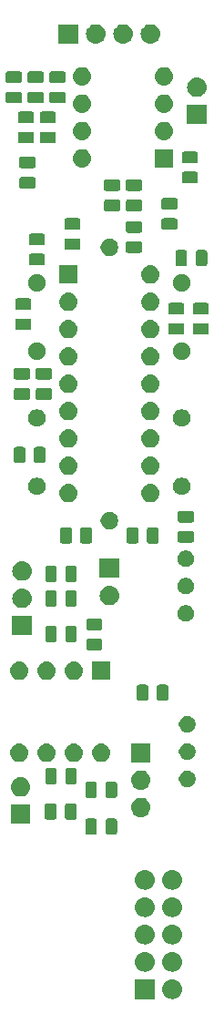
<source format=gbr>
G04 #@! TF.GenerationSoftware,KiCad,Pcbnew,(5.1.2-1)-1*
G04 #@! TF.CreationDate,2019-08-21T11:01:54-07:00*
G04 #@! TF.ProjectId,AS3320_VCF,41533333-3230-45f5-9643-462e6b696361,rev?*
G04 #@! TF.SameCoordinates,Original*
G04 #@! TF.FileFunction,Soldermask,Top*
G04 #@! TF.FilePolarity,Negative*
%FSLAX46Y46*%
G04 Gerber Fmt 4.6, Leading zero omitted, Abs format (unit mm)*
G04 Created by KiCad (PCBNEW (5.1.2-1)-1) date 2019-08-21 11:01:54*
%MOMM*%
%LPD*%
G04 APERTURE LIST*
%ADD10C,0.100000*%
G04 APERTURE END LIST*
D10*
G36*
X69521294Y-116446633D02*
G01*
X69693695Y-116498931D01*
X69852583Y-116583858D01*
X69991849Y-116698151D01*
X70106142Y-116837417D01*
X70191069Y-116996305D01*
X70243367Y-117168706D01*
X70261025Y-117348000D01*
X70243367Y-117527294D01*
X70191069Y-117699695D01*
X70106142Y-117858583D01*
X69991849Y-117997849D01*
X69852583Y-118112142D01*
X69693695Y-118197069D01*
X69521294Y-118249367D01*
X69386931Y-118262600D01*
X69297069Y-118262600D01*
X69162706Y-118249367D01*
X68990305Y-118197069D01*
X68831417Y-118112142D01*
X68692151Y-117997849D01*
X68577858Y-117858583D01*
X68492931Y-117699695D01*
X68440633Y-117527294D01*
X68422975Y-117348000D01*
X68440633Y-117168706D01*
X68492931Y-116996305D01*
X68577858Y-116837417D01*
X68692151Y-116698151D01*
X68831417Y-116583858D01*
X68990305Y-116498931D01*
X69162706Y-116446633D01*
X69297069Y-116433400D01*
X69386931Y-116433400D01*
X69521294Y-116446633D01*
X69521294Y-116446633D01*
G37*
G36*
X67716600Y-118262600D02*
G01*
X65887400Y-118262600D01*
X65887400Y-116433400D01*
X67716600Y-116433400D01*
X67716600Y-118262600D01*
X67716600Y-118262600D01*
G37*
G36*
X66981294Y-113906633D02*
G01*
X67153695Y-113958931D01*
X67312583Y-114043858D01*
X67451849Y-114158151D01*
X67566142Y-114297417D01*
X67651069Y-114456305D01*
X67703367Y-114628706D01*
X67721025Y-114808000D01*
X67703367Y-114987294D01*
X67651069Y-115159695D01*
X67566142Y-115318583D01*
X67451849Y-115457849D01*
X67312583Y-115572142D01*
X67153695Y-115657069D01*
X66981294Y-115709367D01*
X66846931Y-115722600D01*
X66757069Y-115722600D01*
X66622706Y-115709367D01*
X66450305Y-115657069D01*
X66291417Y-115572142D01*
X66152151Y-115457849D01*
X66037858Y-115318583D01*
X65952931Y-115159695D01*
X65900633Y-114987294D01*
X65882975Y-114808000D01*
X65900633Y-114628706D01*
X65952931Y-114456305D01*
X66037858Y-114297417D01*
X66152151Y-114158151D01*
X66291417Y-114043858D01*
X66450305Y-113958931D01*
X66622706Y-113906633D01*
X66757069Y-113893400D01*
X66846931Y-113893400D01*
X66981294Y-113906633D01*
X66981294Y-113906633D01*
G37*
G36*
X69521294Y-113906633D02*
G01*
X69693695Y-113958931D01*
X69852583Y-114043858D01*
X69991849Y-114158151D01*
X70106142Y-114297417D01*
X70191069Y-114456305D01*
X70243367Y-114628706D01*
X70261025Y-114808000D01*
X70243367Y-114987294D01*
X70191069Y-115159695D01*
X70106142Y-115318583D01*
X69991849Y-115457849D01*
X69852583Y-115572142D01*
X69693695Y-115657069D01*
X69521294Y-115709367D01*
X69386931Y-115722600D01*
X69297069Y-115722600D01*
X69162706Y-115709367D01*
X68990305Y-115657069D01*
X68831417Y-115572142D01*
X68692151Y-115457849D01*
X68577858Y-115318583D01*
X68492931Y-115159695D01*
X68440633Y-114987294D01*
X68422975Y-114808000D01*
X68440633Y-114628706D01*
X68492931Y-114456305D01*
X68577858Y-114297417D01*
X68692151Y-114158151D01*
X68831417Y-114043858D01*
X68990305Y-113958931D01*
X69162706Y-113906633D01*
X69297069Y-113893400D01*
X69386931Y-113893400D01*
X69521294Y-113906633D01*
X69521294Y-113906633D01*
G37*
G36*
X69521294Y-111366633D02*
G01*
X69693695Y-111418931D01*
X69852583Y-111503858D01*
X69991849Y-111618151D01*
X70106142Y-111757417D01*
X70191069Y-111916305D01*
X70243367Y-112088706D01*
X70261025Y-112268000D01*
X70243367Y-112447294D01*
X70191069Y-112619695D01*
X70106142Y-112778583D01*
X69991849Y-112917849D01*
X69852583Y-113032142D01*
X69693695Y-113117069D01*
X69521294Y-113169367D01*
X69386931Y-113182600D01*
X69297069Y-113182600D01*
X69162706Y-113169367D01*
X68990305Y-113117069D01*
X68831417Y-113032142D01*
X68692151Y-112917849D01*
X68577858Y-112778583D01*
X68492931Y-112619695D01*
X68440633Y-112447294D01*
X68422975Y-112268000D01*
X68440633Y-112088706D01*
X68492931Y-111916305D01*
X68577858Y-111757417D01*
X68692151Y-111618151D01*
X68831417Y-111503858D01*
X68990305Y-111418931D01*
X69162706Y-111366633D01*
X69297069Y-111353400D01*
X69386931Y-111353400D01*
X69521294Y-111366633D01*
X69521294Y-111366633D01*
G37*
G36*
X66981294Y-111366633D02*
G01*
X67153695Y-111418931D01*
X67312583Y-111503858D01*
X67451849Y-111618151D01*
X67566142Y-111757417D01*
X67651069Y-111916305D01*
X67703367Y-112088706D01*
X67721025Y-112268000D01*
X67703367Y-112447294D01*
X67651069Y-112619695D01*
X67566142Y-112778583D01*
X67451849Y-112917849D01*
X67312583Y-113032142D01*
X67153695Y-113117069D01*
X66981294Y-113169367D01*
X66846931Y-113182600D01*
X66757069Y-113182600D01*
X66622706Y-113169367D01*
X66450305Y-113117069D01*
X66291417Y-113032142D01*
X66152151Y-112917849D01*
X66037858Y-112778583D01*
X65952931Y-112619695D01*
X65900633Y-112447294D01*
X65882975Y-112268000D01*
X65900633Y-112088706D01*
X65952931Y-111916305D01*
X66037858Y-111757417D01*
X66152151Y-111618151D01*
X66291417Y-111503858D01*
X66450305Y-111418931D01*
X66622706Y-111366633D01*
X66757069Y-111353400D01*
X66846931Y-111353400D01*
X66981294Y-111366633D01*
X66981294Y-111366633D01*
G37*
G36*
X69521294Y-108826633D02*
G01*
X69693695Y-108878931D01*
X69852583Y-108963858D01*
X69991849Y-109078151D01*
X70106142Y-109217417D01*
X70191069Y-109376305D01*
X70243367Y-109548706D01*
X70261025Y-109728000D01*
X70243367Y-109907294D01*
X70191069Y-110079695D01*
X70106142Y-110238583D01*
X69991849Y-110377849D01*
X69852583Y-110492142D01*
X69693695Y-110577069D01*
X69521294Y-110629367D01*
X69386931Y-110642600D01*
X69297069Y-110642600D01*
X69162706Y-110629367D01*
X68990305Y-110577069D01*
X68831417Y-110492142D01*
X68692151Y-110377849D01*
X68577858Y-110238583D01*
X68492931Y-110079695D01*
X68440633Y-109907294D01*
X68422975Y-109728000D01*
X68440633Y-109548706D01*
X68492931Y-109376305D01*
X68577858Y-109217417D01*
X68692151Y-109078151D01*
X68831417Y-108963858D01*
X68990305Y-108878931D01*
X69162706Y-108826633D01*
X69297069Y-108813400D01*
X69386931Y-108813400D01*
X69521294Y-108826633D01*
X69521294Y-108826633D01*
G37*
G36*
X66981294Y-108826633D02*
G01*
X67153695Y-108878931D01*
X67312583Y-108963858D01*
X67451849Y-109078151D01*
X67566142Y-109217417D01*
X67651069Y-109376305D01*
X67703367Y-109548706D01*
X67721025Y-109728000D01*
X67703367Y-109907294D01*
X67651069Y-110079695D01*
X67566142Y-110238583D01*
X67451849Y-110377849D01*
X67312583Y-110492142D01*
X67153695Y-110577069D01*
X66981294Y-110629367D01*
X66846931Y-110642600D01*
X66757069Y-110642600D01*
X66622706Y-110629367D01*
X66450305Y-110577069D01*
X66291417Y-110492142D01*
X66152151Y-110377849D01*
X66037858Y-110238583D01*
X65952931Y-110079695D01*
X65900633Y-109907294D01*
X65882975Y-109728000D01*
X65900633Y-109548706D01*
X65952931Y-109376305D01*
X66037858Y-109217417D01*
X66152151Y-109078151D01*
X66291417Y-108963858D01*
X66450305Y-108878931D01*
X66622706Y-108826633D01*
X66757069Y-108813400D01*
X66846931Y-108813400D01*
X66981294Y-108826633D01*
X66981294Y-108826633D01*
G37*
G36*
X66981294Y-106286633D02*
G01*
X67153695Y-106338931D01*
X67312583Y-106423858D01*
X67451849Y-106538151D01*
X67566142Y-106677417D01*
X67651069Y-106836305D01*
X67703367Y-107008706D01*
X67721025Y-107188000D01*
X67703367Y-107367294D01*
X67651069Y-107539695D01*
X67566142Y-107698583D01*
X67451849Y-107837849D01*
X67312583Y-107952142D01*
X67153695Y-108037069D01*
X66981294Y-108089367D01*
X66846931Y-108102600D01*
X66757069Y-108102600D01*
X66622706Y-108089367D01*
X66450305Y-108037069D01*
X66291417Y-107952142D01*
X66152151Y-107837849D01*
X66037858Y-107698583D01*
X65952931Y-107539695D01*
X65900633Y-107367294D01*
X65882975Y-107188000D01*
X65900633Y-107008706D01*
X65952931Y-106836305D01*
X66037858Y-106677417D01*
X66152151Y-106538151D01*
X66291417Y-106423858D01*
X66450305Y-106338931D01*
X66622706Y-106286633D01*
X66757069Y-106273400D01*
X66846931Y-106273400D01*
X66981294Y-106286633D01*
X66981294Y-106286633D01*
G37*
G36*
X69521294Y-106286633D02*
G01*
X69693695Y-106338931D01*
X69852583Y-106423858D01*
X69991849Y-106538151D01*
X70106142Y-106677417D01*
X70191069Y-106836305D01*
X70243367Y-107008706D01*
X70261025Y-107188000D01*
X70243367Y-107367294D01*
X70191069Y-107539695D01*
X70106142Y-107698583D01*
X69991849Y-107837849D01*
X69852583Y-107952142D01*
X69693695Y-108037069D01*
X69521294Y-108089367D01*
X69386931Y-108102600D01*
X69297069Y-108102600D01*
X69162706Y-108089367D01*
X68990305Y-108037069D01*
X68831417Y-107952142D01*
X68692151Y-107837849D01*
X68577858Y-107698583D01*
X68492931Y-107539695D01*
X68440633Y-107367294D01*
X68422975Y-107188000D01*
X68440633Y-107008706D01*
X68492931Y-106836305D01*
X68577858Y-106677417D01*
X68692151Y-106538151D01*
X68831417Y-106423858D01*
X68990305Y-106338931D01*
X69162706Y-106286633D01*
X69297069Y-106273400D01*
X69386931Y-106273400D01*
X69521294Y-106286633D01*
X69521294Y-106286633D01*
G37*
G36*
X64047468Y-101488565D02*
G01*
X64086138Y-101500296D01*
X64121777Y-101519346D01*
X64153017Y-101544983D01*
X64178654Y-101576223D01*
X64197704Y-101611862D01*
X64209435Y-101650532D01*
X64214000Y-101696888D01*
X64214000Y-102773112D01*
X64209435Y-102819468D01*
X64197704Y-102858138D01*
X64178654Y-102893777D01*
X64153017Y-102925017D01*
X64121777Y-102950654D01*
X64086138Y-102969704D01*
X64047468Y-102981435D01*
X64001112Y-102986000D01*
X63349888Y-102986000D01*
X63303532Y-102981435D01*
X63264862Y-102969704D01*
X63229223Y-102950654D01*
X63197983Y-102925017D01*
X63172346Y-102893777D01*
X63153296Y-102858138D01*
X63141565Y-102819468D01*
X63137000Y-102773112D01*
X63137000Y-101696888D01*
X63141565Y-101650532D01*
X63153296Y-101611862D01*
X63172346Y-101576223D01*
X63197983Y-101544983D01*
X63229223Y-101519346D01*
X63264862Y-101500296D01*
X63303532Y-101488565D01*
X63349888Y-101484000D01*
X64001112Y-101484000D01*
X64047468Y-101488565D01*
X64047468Y-101488565D01*
G37*
G36*
X62172468Y-101488565D02*
G01*
X62211138Y-101500296D01*
X62246777Y-101519346D01*
X62278017Y-101544983D01*
X62303654Y-101576223D01*
X62322704Y-101611862D01*
X62334435Y-101650532D01*
X62339000Y-101696888D01*
X62339000Y-102773112D01*
X62334435Y-102819468D01*
X62322704Y-102858138D01*
X62303654Y-102893777D01*
X62278017Y-102925017D01*
X62246777Y-102950654D01*
X62211138Y-102969704D01*
X62172468Y-102981435D01*
X62126112Y-102986000D01*
X61474888Y-102986000D01*
X61428532Y-102981435D01*
X61389862Y-102969704D01*
X61354223Y-102950654D01*
X61322983Y-102925017D01*
X61297346Y-102893777D01*
X61278296Y-102858138D01*
X61266565Y-102819468D01*
X61262000Y-102773112D01*
X61262000Y-101696888D01*
X61266565Y-101650532D01*
X61278296Y-101611862D01*
X61297346Y-101576223D01*
X61322983Y-101544983D01*
X61354223Y-101519346D01*
X61389862Y-101500296D01*
X61428532Y-101488565D01*
X61474888Y-101484000D01*
X62126112Y-101484000D01*
X62172468Y-101488565D01*
X62172468Y-101488565D01*
G37*
G36*
X56146000Y-101993000D02*
G01*
X54344000Y-101993000D01*
X54344000Y-100191000D01*
X56146000Y-100191000D01*
X56146000Y-101993000D01*
X56146000Y-101993000D01*
G37*
G36*
X60285968Y-100091565D02*
G01*
X60324638Y-100103296D01*
X60360277Y-100122346D01*
X60391517Y-100147983D01*
X60417154Y-100179223D01*
X60436204Y-100214862D01*
X60447935Y-100253532D01*
X60452500Y-100299888D01*
X60452500Y-101376112D01*
X60447935Y-101422468D01*
X60436204Y-101461138D01*
X60417154Y-101496777D01*
X60391517Y-101528017D01*
X60360277Y-101553654D01*
X60324638Y-101572704D01*
X60285968Y-101584435D01*
X60239612Y-101589000D01*
X59588388Y-101589000D01*
X59542032Y-101584435D01*
X59503362Y-101572704D01*
X59467723Y-101553654D01*
X59436483Y-101528017D01*
X59410846Y-101496777D01*
X59391796Y-101461138D01*
X59380065Y-101422468D01*
X59375500Y-101376112D01*
X59375500Y-100299888D01*
X59380065Y-100253532D01*
X59391796Y-100214862D01*
X59410846Y-100179223D01*
X59436483Y-100147983D01*
X59467723Y-100122346D01*
X59503362Y-100103296D01*
X59542032Y-100091565D01*
X59588388Y-100087000D01*
X60239612Y-100087000D01*
X60285968Y-100091565D01*
X60285968Y-100091565D01*
G37*
G36*
X58410968Y-100091565D02*
G01*
X58449638Y-100103296D01*
X58485277Y-100122346D01*
X58516517Y-100147983D01*
X58542154Y-100179223D01*
X58561204Y-100214862D01*
X58572935Y-100253532D01*
X58577500Y-100299888D01*
X58577500Y-101376112D01*
X58572935Y-101422468D01*
X58561204Y-101461138D01*
X58542154Y-101496777D01*
X58516517Y-101528017D01*
X58485277Y-101553654D01*
X58449638Y-101572704D01*
X58410968Y-101584435D01*
X58364612Y-101589000D01*
X57713388Y-101589000D01*
X57667032Y-101584435D01*
X57628362Y-101572704D01*
X57592723Y-101553654D01*
X57561483Y-101528017D01*
X57535846Y-101496777D01*
X57516796Y-101461138D01*
X57505065Y-101422468D01*
X57500500Y-101376112D01*
X57500500Y-100299888D01*
X57505065Y-100253532D01*
X57516796Y-100214862D01*
X57535846Y-100179223D01*
X57561483Y-100147983D01*
X57592723Y-100122346D01*
X57628362Y-100103296D01*
X57667032Y-100091565D01*
X57713388Y-100087000D01*
X58364612Y-100087000D01*
X58410968Y-100091565D01*
X58410968Y-100091565D01*
G37*
G36*
X66531443Y-99562519D02*
G01*
X66597627Y-99569037D01*
X66767466Y-99620557D01*
X66923991Y-99704222D01*
X66959729Y-99733552D01*
X67061186Y-99816814D01*
X67144448Y-99918271D01*
X67173778Y-99954009D01*
X67257443Y-100110534D01*
X67308963Y-100280373D01*
X67326359Y-100457000D01*
X67308963Y-100633627D01*
X67257443Y-100803466D01*
X67173778Y-100959991D01*
X67144448Y-100995729D01*
X67061186Y-101097186D01*
X66959729Y-101180448D01*
X66923991Y-101209778D01*
X66767466Y-101293443D01*
X66597627Y-101344963D01*
X66531442Y-101351482D01*
X66465260Y-101358000D01*
X66376740Y-101358000D01*
X66310558Y-101351482D01*
X66244373Y-101344963D01*
X66074534Y-101293443D01*
X65918009Y-101209778D01*
X65882271Y-101180448D01*
X65780814Y-101097186D01*
X65697552Y-100995729D01*
X65668222Y-100959991D01*
X65584557Y-100803466D01*
X65533037Y-100633627D01*
X65515641Y-100457000D01*
X65533037Y-100280373D01*
X65584557Y-100110534D01*
X65668222Y-99954009D01*
X65697552Y-99918271D01*
X65780814Y-99816814D01*
X65882271Y-99733552D01*
X65918009Y-99704222D01*
X66074534Y-99620557D01*
X66244373Y-99569037D01*
X66310557Y-99562519D01*
X66376740Y-99556000D01*
X66465260Y-99556000D01*
X66531443Y-99562519D01*
X66531443Y-99562519D01*
G37*
G36*
X62172468Y-98059565D02*
G01*
X62211138Y-98071296D01*
X62246777Y-98090346D01*
X62278017Y-98115983D01*
X62303654Y-98147223D01*
X62322704Y-98182862D01*
X62334435Y-98221532D01*
X62339000Y-98267888D01*
X62339000Y-99344112D01*
X62334435Y-99390468D01*
X62322704Y-99429138D01*
X62303654Y-99464777D01*
X62278017Y-99496017D01*
X62246777Y-99521654D01*
X62211138Y-99540704D01*
X62172468Y-99552435D01*
X62126112Y-99557000D01*
X61474888Y-99557000D01*
X61428532Y-99552435D01*
X61389862Y-99540704D01*
X61354223Y-99521654D01*
X61322983Y-99496017D01*
X61297346Y-99464777D01*
X61278296Y-99429138D01*
X61266565Y-99390468D01*
X61262000Y-99344112D01*
X61262000Y-98267888D01*
X61266565Y-98221532D01*
X61278296Y-98182862D01*
X61297346Y-98147223D01*
X61322983Y-98115983D01*
X61354223Y-98090346D01*
X61389862Y-98071296D01*
X61428532Y-98059565D01*
X61474888Y-98055000D01*
X62126112Y-98055000D01*
X62172468Y-98059565D01*
X62172468Y-98059565D01*
G37*
G36*
X64047468Y-98059565D02*
G01*
X64086138Y-98071296D01*
X64121777Y-98090346D01*
X64153017Y-98115983D01*
X64178654Y-98147223D01*
X64197704Y-98182862D01*
X64209435Y-98221532D01*
X64214000Y-98267888D01*
X64214000Y-99344112D01*
X64209435Y-99390468D01*
X64197704Y-99429138D01*
X64178654Y-99464777D01*
X64153017Y-99496017D01*
X64121777Y-99521654D01*
X64086138Y-99540704D01*
X64047468Y-99552435D01*
X64001112Y-99557000D01*
X63349888Y-99557000D01*
X63303532Y-99552435D01*
X63264862Y-99540704D01*
X63229223Y-99521654D01*
X63197983Y-99496017D01*
X63172346Y-99464777D01*
X63153296Y-99429138D01*
X63141565Y-99390468D01*
X63137000Y-99344112D01*
X63137000Y-98267888D01*
X63141565Y-98221532D01*
X63153296Y-98182862D01*
X63172346Y-98147223D01*
X63197983Y-98115983D01*
X63229223Y-98090346D01*
X63264862Y-98071296D01*
X63303532Y-98059565D01*
X63349888Y-98055000D01*
X64001112Y-98055000D01*
X64047468Y-98059565D01*
X64047468Y-98059565D01*
G37*
G36*
X55355443Y-97657519D02*
G01*
X55421627Y-97664037D01*
X55591466Y-97715557D01*
X55747991Y-97799222D01*
X55783729Y-97828552D01*
X55885186Y-97911814D01*
X55968448Y-98013271D01*
X55997778Y-98049009D01*
X55997779Y-98049011D01*
X56069325Y-98182862D01*
X56081443Y-98205534D01*
X56132963Y-98375373D01*
X56150359Y-98552000D01*
X56132963Y-98728627D01*
X56081443Y-98898466D01*
X55997778Y-99054991D01*
X55968448Y-99090729D01*
X55885186Y-99192186D01*
X55783729Y-99275448D01*
X55747991Y-99304778D01*
X55591466Y-99388443D01*
X55421627Y-99439963D01*
X55355443Y-99446481D01*
X55289260Y-99453000D01*
X55200740Y-99453000D01*
X55134557Y-99446481D01*
X55068373Y-99439963D01*
X54898534Y-99388443D01*
X54742009Y-99304778D01*
X54706271Y-99275448D01*
X54604814Y-99192186D01*
X54521552Y-99090729D01*
X54492222Y-99054991D01*
X54408557Y-98898466D01*
X54357037Y-98728627D01*
X54339641Y-98552000D01*
X54357037Y-98375373D01*
X54408557Y-98205534D01*
X54420676Y-98182862D01*
X54492221Y-98049011D01*
X54492222Y-98049009D01*
X54521552Y-98013271D01*
X54604814Y-97911814D01*
X54706271Y-97828552D01*
X54742009Y-97799222D01*
X54898534Y-97715557D01*
X55068373Y-97664037D01*
X55134557Y-97657519D01*
X55200740Y-97651000D01*
X55289260Y-97651000D01*
X55355443Y-97657519D01*
X55355443Y-97657519D01*
G37*
G36*
X66531443Y-97022519D02*
G01*
X66597627Y-97029037D01*
X66767466Y-97080557D01*
X66923991Y-97164222D01*
X66956772Y-97191125D01*
X67061186Y-97276814D01*
X67144448Y-97378271D01*
X67173778Y-97414009D01*
X67257443Y-97570534D01*
X67308963Y-97740373D01*
X67326359Y-97917000D01*
X67308963Y-98093627D01*
X67257443Y-98263466D01*
X67173778Y-98419991D01*
X67144448Y-98455729D01*
X67061186Y-98557186D01*
X66959729Y-98640448D01*
X66923991Y-98669778D01*
X66767466Y-98753443D01*
X66597627Y-98804963D01*
X66531443Y-98811481D01*
X66465260Y-98818000D01*
X66376740Y-98818000D01*
X66310557Y-98811481D01*
X66244373Y-98804963D01*
X66074534Y-98753443D01*
X65918009Y-98669778D01*
X65882271Y-98640448D01*
X65780814Y-98557186D01*
X65697552Y-98455729D01*
X65668222Y-98419991D01*
X65584557Y-98263466D01*
X65533037Y-98093627D01*
X65515641Y-97917000D01*
X65533037Y-97740373D01*
X65584557Y-97570534D01*
X65668222Y-97414009D01*
X65697552Y-97378271D01*
X65780814Y-97276814D01*
X65885228Y-97191125D01*
X65918009Y-97164222D01*
X66074534Y-97080557D01*
X66244373Y-97029037D01*
X66310557Y-97022519D01*
X66376740Y-97016000D01*
X66465260Y-97016000D01*
X66531443Y-97022519D01*
X66531443Y-97022519D01*
G37*
G36*
X70864589Y-97028876D02*
G01*
X70963893Y-97048629D01*
X71104206Y-97106748D01*
X71230484Y-97191125D01*
X71337875Y-97298516D01*
X71422252Y-97424794D01*
X71480371Y-97565107D01*
X71510000Y-97714063D01*
X71510000Y-97865937D01*
X71480371Y-98014893D01*
X71422252Y-98155206D01*
X71337875Y-98281484D01*
X71230484Y-98388875D01*
X71104206Y-98473252D01*
X70963893Y-98531371D01*
X70864589Y-98551124D01*
X70814938Y-98561000D01*
X70663062Y-98561000D01*
X70613411Y-98551124D01*
X70514107Y-98531371D01*
X70373794Y-98473252D01*
X70247516Y-98388875D01*
X70140125Y-98281484D01*
X70055748Y-98155206D01*
X69997629Y-98014893D01*
X69968000Y-97865937D01*
X69968000Y-97714063D01*
X69997629Y-97565107D01*
X70055748Y-97424794D01*
X70140125Y-97298516D01*
X70247516Y-97191125D01*
X70373794Y-97106748D01*
X70514107Y-97048629D01*
X70613411Y-97028876D01*
X70663062Y-97019000D01*
X70814938Y-97019000D01*
X70864589Y-97028876D01*
X70864589Y-97028876D01*
G37*
G36*
X58440968Y-96789565D02*
G01*
X58479638Y-96801296D01*
X58515277Y-96820346D01*
X58546517Y-96845983D01*
X58572154Y-96877223D01*
X58591204Y-96912862D01*
X58602935Y-96951532D01*
X58607500Y-96997888D01*
X58607500Y-98074112D01*
X58602935Y-98120468D01*
X58591204Y-98159138D01*
X58572154Y-98194777D01*
X58546517Y-98226017D01*
X58515277Y-98251654D01*
X58479638Y-98270704D01*
X58440968Y-98282435D01*
X58394612Y-98287000D01*
X57743388Y-98287000D01*
X57697032Y-98282435D01*
X57658362Y-98270704D01*
X57622723Y-98251654D01*
X57591483Y-98226017D01*
X57565846Y-98194777D01*
X57546796Y-98159138D01*
X57535065Y-98120468D01*
X57530500Y-98074112D01*
X57530500Y-96997888D01*
X57535065Y-96951532D01*
X57546796Y-96912862D01*
X57565846Y-96877223D01*
X57591483Y-96845983D01*
X57622723Y-96820346D01*
X57658362Y-96801296D01*
X57697032Y-96789565D01*
X57743388Y-96785000D01*
X58394612Y-96785000D01*
X58440968Y-96789565D01*
X58440968Y-96789565D01*
G37*
G36*
X60315968Y-96789565D02*
G01*
X60354638Y-96801296D01*
X60390277Y-96820346D01*
X60421517Y-96845983D01*
X60447154Y-96877223D01*
X60466204Y-96912862D01*
X60477935Y-96951532D01*
X60482500Y-96997888D01*
X60482500Y-98074112D01*
X60477935Y-98120468D01*
X60466204Y-98159138D01*
X60447154Y-98194777D01*
X60421517Y-98226017D01*
X60390277Y-98251654D01*
X60354638Y-98270704D01*
X60315968Y-98282435D01*
X60269612Y-98287000D01*
X59618388Y-98287000D01*
X59572032Y-98282435D01*
X59533362Y-98270704D01*
X59497723Y-98251654D01*
X59466483Y-98226017D01*
X59440846Y-98194777D01*
X59421796Y-98159138D01*
X59410065Y-98120468D01*
X59405500Y-98074112D01*
X59405500Y-96997888D01*
X59410065Y-96951532D01*
X59421796Y-96912862D01*
X59440846Y-96877223D01*
X59466483Y-96845983D01*
X59497723Y-96820346D01*
X59533362Y-96801296D01*
X59572032Y-96789565D01*
X59618388Y-96785000D01*
X60269612Y-96785000D01*
X60315968Y-96789565D01*
X60315968Y-96789565D01*
G37*
G36*
X67322000Y-96278000D02*
G01*
X65520000Y-96278000D01*
X65520000Y-94476000D01*
X67322000Y-94476000D01*
X67322000Y-96278000D01*
X67322000Y-96278000D01*
G37*
G36*
X55284823Y-94538313D02*
G01*
X55445242Y-94586976D01*
X55565256Y-94651125D01*
X55593078Y-94665996D01*
X55722659Y-94772341D01*
X55829004Y-94901922D01*
X55829005Y-94901924D01*
X55908024Y-95049758D01*
X55956687Y-95210177D01*
X55973117Y-95377000D01*
X55956687Y-95543823D01*
X55908024Y-95704242D01*
X55837114Y-95836906D01*
X55829004Y-95852078D01*
X55722659Y-95981659D01*
X55593078Y-96088004D01*
X55593076Y-96088005D01*
X55445242Y-96167024D01*
X55284823Y-96215687D01*
X55159804Y-96228000D01*
X55076196Y-96228000D01*
X54951177Y-96215687D01*
X54790758Y-96167024D01*
X54642924Y-96088005D01*
X54642922Y-96088004D01*
X54513341Y-95981659D01*
X54406996Y-95852078D01*
X54398886Y-95836906D01*
X54327976Y-95704242D01*
X54279313Y-95543823D01*
X54262883Y-95377000D01*
X54279313Y-95210177D01*
X54327976Y-95049758D01*
X54406995Y-94901924D01*
X54406996Y-94901922D01*
X54513341Y-94772341D01*
X54642922Y-94665996D01*
X54670744Y-94651125D01*
X54790758Y-94586976D01*
X54951177Y-94538313D01*
X55076196Y-94526000D01*
X55159804Y-94526000D01*
X55284823Y-94538313D01*
X55284823Y-94538313D01*
G37*
G36*
X57824823Y-94538313D02*
G01*
X57985242Y-94586976D01*
X58105256Y-94651125D01*
X58133078Y-94665996D01*
X58262659Y-94772341D01*
X58369004Y-94901922D01*
X58369005Y-94901924D01*
X58448024Y-95049758D01*
X58496687Y-95210177D01*
X58513117Y-95377000D01*
X58496687Y-95543823D01*
X58448024Y-95704242D01*
X58377114Y-95836906D01*
X58369004Y-95852078D01*
X58262659Y-95981659D01*
X58133078Y-96088004D01*
X58133076Y-96088005D01*
X57985242Y-96167024D01*
X57824823Y-96215687D01*
X57699804Y-96228000D01*
X57616196Y-96228000D01*
X57491177Y-96215687D01*
X57330758Y-96167024D01*
X57182924Y-96088005D01*
X57182922Y-96088004D01*
X57053341Y-95981659D01*
X56946996Y-95852078D01*
X56938886Y-95836906D01*
X56867976Y-95704242D01*
X56819313Y-95543823D01*
X56802883Y-95377000D01*
X56819313Y-95210177D01*
X56867976Y-95049758D01*
X56946995Y-94901924D01*
X56946996Y-94901922D01*
X57053341Y-94772341D01*
X57182922Y-94665996D01*
X57210744Y-94651125D01*
X57330758Y-94586976D01*
X57491177Y-94538313D01*
X57616196Y-94526000D01*
X57699804Y-94526000D01*
X57824823Y-94538313D01*
X57824823Y-94538313D01*
G37*
G36*
X60364823Y-94538313D02*
G01*
X60525242Y-94586976D01*
X60645256Y-94651125D01*
X60673078Y-94665996D01*
X60802659Y-94772341D01*
X60909004Y-94901922D01*
X60909005Y-94901924D01*
X60988024Y-95049758D01*
X61036687Y-95210177D01*
X61053117Y-95377000D01*
X61036687Y-95543823D01*
X60988024Y-95704242D01*
X60917114Y-95836906D01*
X60909004Y-95852078D01*
X60802659Y-95981659D01*
X60673078Y-96088004D01*
X60673076Y-96088005D01*
X60525242Y-96167024D01*
X60364823Y-96215687D01*
X60239804Y-96228000D01*
X60156196Y-96228000D01*
X60031177Y-96215687D01*
X59870758Y-96167024D01*
X59722924Y-96088005D01*
X59722922Y-96088004D01*
X59593341Y-95981659D01*
X59486996Y-95852078D01*
X59478886Y-95836906D01*
X59407976Y-95704242D01*
X59359313Y-95543823D01*
X59342883Y-95377000D01*
X59359313Y-95210177D01*
X59407976Y-95049758D01*
X59486995Y-94901924D01*
X59486996Y-94901922D01*
X59593341Y-94772341D01*
X59722922Y-94665996D01*
X59750744Y-94651125D01*
X59870758Y-94586976D01*
X60031177Y-94538313D01*
X60156196Y-94526000D01*
X60239804Y-94526000D01*
X60364823Y-94538313D01*
X60364823Y-94538313D01*
G37*
G36*
X62904823Y-94538313D02*
G01*
X63065242Y-94586976D01*
X63185256Y-94651125D01*
X63213078Y-94665996D01*
X63342659Y-94772341D01*
X63449004Y-94901922D01*
X63449005Y-94901924D01*
X63528024Y-95049758D01*
X63576687Y-95210177D01*
X63593117Y-95377000D01*
X63576687Y-95543823D01*
X63528024Y-95704242D01*
X63457114Y-95836906D01*
X63449004Y-95852078D01*
X63342659Y-95981659D01*
X63213078Y-96088004D01*
X63213076Y-96088005D01*
X63065242Y-96167024D01*
X62904823Y-96215687D01*
X62779804Y-96228000D01*
X62696196Y-96228000D01*
X62571177Y-96215687D01*
X62410758Y-96167024D01*
X62262924Y-96088005D01*
X62262922Y-96088004D01*
X62133341Y-95981659D01*
X62026996Y-95852078D01*
X62018886Y-95836906D01*
X61947976Y-95704242D01*
X61899313Y-95543823D01*
X61882883Y-95377000D01*
X61899313Y-95210177D01*
X61947976Y-95049758D01*
X62026995Y-94901924D01*
X62026996Y-94901922D01*
X62133341Y-94772341D01*
X62262922Y-94665996D01*
X62290744Y-94651125D01*
X62410758Y-94586976D01*
X62571177Y-94538313D01*
X62696196Y-94526000D01*
X62779804Y-94526000D01*
X62904823Y-94538313D01*
X62904823Y-94538313D01*
G37*
G36*
X70864589Y-94488876D02*
G01*
X70963893Y-94508629D01*
X71104206Y-94566748D01*
X71230484Y-94651125D01*
X71337875Y-94758516D01*
X71422252Y-94884794D01*
X71480371Y-95025107D01*
X71510000Y-95174063D01*
X71510000Y-95325937D01*
X71480371Y-95474893D01*
X71422252Y-95615206D01*
X71337875Y-95741484D01*
X71230484Y-95848875D01*
X71104206Y-95933252D01*
X70963893Y-95991371D01*
X70864589Y-96011124D01*
X70814938Y-96021000D01*
X70663062Y-96021000D01*
X70613411Y-96011124D01*
X70514107Y-95991371D01*
X70373794Y-95933252D01*
X70247516Y-95848875D01*
X70140125Y-95741484D01*
X70055748Y-95615206D01*
X69997629Y-95474893D01*
X69968000Y-95325937D01*
X69968000Y-95174063D01*
X69997629Y-95025107D01*
X70055748Y-94884794D01*
X70140125Y-94758516D01*
X70247516Y-94651125D01*
X70373794Y-94566748D01*
X70514107Y-94508629D01*
X70613411Y-94488876D01*
X70663062Y-94479000D01*
X70814938Y-94479000D01*
X70864589Y-94488876D01*
X70864589Y-94488876D01*
G37*
G36*
X70864589Y-91948876D02*
G01*
X70963893Y-91968629D01*
X71104206Y-92026748D01*
X71230484Y-92111125D01*
X71337875Y-92218516D01*
X71422252Y-92344794D01*
X71480371Y-92485107D01*
X71510000Y-92634063D01*
X71510000Y-92785937D01*
X71480371Y-92934893D01*
X71422252Y-93075206D01*
X71337875Y-93201484D01*
X71230484Y-93308875D01*
X71104206Y-93393252D01*
X70963893Y-93451371D01*
X70864589Y-93471124D01*
X70814938Y-93481000D01*
X70663062Y-93481000D01*
X70613411Y-93471124D01*
X70514107Y-93451371D01*
X70373794Y-93393252D01*
X70247516Y-93308875D01*
X70140125Y-93201484D01*
X70055748Y-93075206D01*
X69997629Y-92934893D01*
X69968000Y-92785937D01*
X69968000Y-92634063D01*
X69997629Y-92485107D01*
X70055748Y-92344794D01*
X70140125Y-92218516D01*
X70247516Y-92111125D01*
X70373794Y-92026748D01*
X70514107Y-91968629D01*
X70613411Y-91948876D01*
X70663062Y-91939000D01*
X70814938Y-91939000D01*
X70864589Y-91948876D01*
X70864589Y-91948876D01*
G37*
G36*
X68824968Y-89042565D02*
G01*
X68863638Y-89054296D01*
X68899277Y-89073346D01*
X68930517Y-89098983D01*
X68956154Y-89130223D01*
X68975204Y-89165862D01*
X68986935Y-89204532D01*
X68991500Y-89250888D01*
X68991500Y-90327112D01*
X68986935Y-90373468D01*
X68975204Y-90412138D01*
X68956154Y-90447777D01*
X68930517Y-90479017D01*
X68899277Y-90504654D01*
X68863638Y-90523704D01*
X68824968Y-90535435D01*
X68778612Y-90540000D01*
X68127388Y-90540000D01*
X68081032Y-90535435D01*
X68042362Y-90523704D01*
X68006723Y-90504654D01*
X67975483Y-90479017D01*
X67949846Y-90447777D01*
X67930796Y-90412138D01*
X67919065Y-90373468D01*
X67914500Y-90327112D01*
X67914500Y-89250888D01*
X67919065Y-89204532D01*
X67930796Y-89165862D01*
X67949846Y-89130223D01*
X67975483Y-89098983D01*
X68006723Y-89073346D01*
X68042362Y-89054296D01*
X68081032Y-89042565D01*
X68127388Y-89038000D01*
X68778612Y-89038000D01*
X68824968Y-89042565D01*
X68824968Y-89042565D01*
G37*
G36*
X66949968Y-89042565D02*
G01*
X66988638Y-89054296D01*
X67024277Y-89073346D01*
X67055517Y-89098983D01*
X67081154Y-89130223D01*
X67100204Y-89165862D01*
X67111935Y-89204532D01*
X67116500Y-89250888D01*
X67116500Y-90327112D01*
X67111935Y-90373468D01*
X67100204Y-90412138D01*
X67081154Y-90447777D01*
X67055517Y-90479017D01*
X67024277Y-90504654D01*
X66988638Y-90523704D01*
X66949968Y-90535435D01*
X66903612Y-90540000D01*
X66252388Y-90540000D01*
X66206032Y-90535435D01*
X66167362Y-90523704D01*
X66131723Y-90504654D01*
X66100483Y-90479017D01*
X66074846Y-90447777D01*
X66055796Y-90412138D01*
X66044065Y-90373468D01*
X66039500Y-90327112D01*
X66039500Y-89250888D01*
X66044065Y-89204532D01*
X66055796Y-89165862D01*
X66074846Y-89130223D01*
X66100483Y-89098983D01*
X66131723Y-89073346D01*
X66167362Y-89054296D01*
X66206032Y-89042565D01*
X66252388Y-89038000D01*
X66903612Y-89038000D01*
X66949968Y-89042565D01*
X66949968Y-89042565D01*
G37*
G36*
X60364823Y-86918313D02*
G01*
X60525242Y-86966976D01*
X60657906Y-87037886D01*
X60673078Y-87045996D01*
X60802659Y-87152341D01*
X60909004Y-87281922D01*
X60909005Y-87281924D01*
X60988024Y-87429758D01*
X61036687Y-87590177D01*
X61053117Y-87757000D01*
X61036687Y-87923823D01*
X60988024Y-88084242D01*
X60917114Y-88216906D01*
X60909004Y-88232078D01*
X60802659Y-88361659D01*
X60673078Y-88468004D01*
X60673076Y-88468005D01*
X60525242Y-88547024D01*
X60364823Y-88595687D01*
X60239804Y-88608000D01*
X60156196Y-88608000D01*
X60031177Y-88595687D01*
X59870758Y-88547024D01*
X59722924Y-88468005D01*
X59722922Y-88468004D01*
X59593341Y-88361659D01*
X59486996Y-88232078D01*
X59478886Y-88216906D01*
X59407976Y-88084242D01*
X59359313Y-87923823D01*
X59342883Y-87757000D01*
X59359313Y-87590177D01*
X59407976Y-87429758D01*
X59486995Y-87281924D01*
X59486996Y-87281922D01*
X59593341Y-87152341D01*
X59722922Y-87045996D01*
X59738094Y-87037886D01*
X59870758Y-86966976D01*
X60031177Y-86918313D01*
X60156196Y-86906000D01*
X60239804Y-86906000D01*
X60364823Y-86918313D01*
X60364823Y-86918313D01*
G37*
G36*
X63589000Y-88608000D02*
G01*
X61887000Y-88608000D01*
X61887000Y-86906000D01*
X63589000Y-86906000D01*
X63589000Y-88608000D01*
X63589000Y-88608000D01*
G37*
G36*
X57824823Y-86918313D02*
G01*
X57985242Y-86966976D01*
X58117906Y-87037886D01*
X58133078Y-87045996D01*
X58262659Y-87152341D01*
X58369004Y-87281922D01*
X58369005Y-87281924D01*
X58448024Y-87429758D01*
X58496687Y-87590177D01*
X58513117Y-87757000D01*
X58496687Y-87923823D01*
X58448024Y-88084242D01*
X58377114Y-88216906D01*
X58369004Y-88232078D01*
X58262659Y-88361659D01*
X58133078Y-88468004D01*
X58133076Y-88468005D01*
X57985242Y-88547024D01*
X57824823Y-88595687D01*
X57699804Y-88608000D01*
X57616196Y-88608000D01*
X57491177Y-88595687D01*
X57330758Y-88547024D01*
X57182924Y-88468005D01*
X57182922Y-88468004D01*
X57053341Y-88361659D01*
X56946996Y-88232078D01*
X56938886Y-88216906D01*
X56867976Y-88084242D01*
X56819313Y-87923823D01*
X56802883Y-87757000D01*
X56819313Y-87590177D01*
X56867976Y-87429758D01*
X56946995Y-87281924D01*
X56946996Y-87281922D01*
X57053341Y-87152341D01*
X57182922Y-87045996D01*
X57198094Y-87037886D01*
X57330758Y-86966976D01*
X57491177Y-86918313D01*
X57616196Y-86906000D01*
X57699804Y-86906000D01*
X57824823Y-86918313D01*
X57824823Y-86918313D01*
G37*
G36*
X55284823Y-86918313D02*
G01*
X55445242Y-86966976D01*
X55577906Y-87037886D01*
X55593078Y-87045996D01*
X55722659Y-87152341D01*
X55829004Y-87281922D01*
X55829005Y-87281924D01*
X55908024Y-87429758D01*
X55956687Y-87590177D01*
X55973117Y-87757000D01*
X55956687Y-87923823D01*
X55908024Y-88084242D01*
X55837114Y-88216906D01*
X55829004Y-88232078D01*
X55722659Y-88361659D01*
X55593078Y-88468004D01*
X55593076Y-88468005D01*
X55445242Y-88547024D01*
X55284823Y-88595687D01*
X55159804Y-88608000D01*
X55076196Y-88608000D01*
X54951177Y-88595687D01*
X54790758Y-88547024D01*
X54642924Y-88468005D01*
X54642922Y-88468004D01*
X54513341Y-88361659D01*
X54406996Y-88232078D01*
X54398886Y-88216906D01*
X54327976Y-88084242D01*
X54279313Y-87923823D01*
X54262883Y-87757000D01*
X54279313Y-87590177D01*
X54327976Y-87429758D01*
X54406995Y-87281924D01*
X54406996Y-87281922D01*
X54513341Y-87152341D01*
X54642922Y-87045996D01*
X54658094Y-87037886D01*
X54790758Y-86966976D01*
X54951177Y-86918313D01*
X55076196Y-86906000D01*
X55159804Y-86906000D01*
X55284823Y-86918313D01*
X55284823Y-86918313D01*
G37*
G36*
X62687468Y-84780065D02*
G01*
X62726138Y-84791796D01*
X62761777Y-84810846D01*
X62793017Y-84836483D01*
X62818654Y-84867723D01*
X62837704Y-84903362D01*
X62849435Y-84942032D01*
X62854000Y-84988388D01*
X62854000Y-85639612D01*
X62849435Y-85685968D01*
X62837704Y-85724638D01*
X62818654Y-85760277D01*
X62793017Y-85791517D01*
X62761777Y-85817154D01*
X62726138Y-85836204D01*
X62687468Y-85847935D01*
X62641112Y-85852500D01*
X61564888Y-85852500D01*
X61518532Y-85847935D01*
X61479862Y-85836204D01*
X61444223Y-85817154D01*
X61412983Y-85791517D01*
X61387346Y-85760277D01*
X61368296Y-85724638D01*
X61356565Y-85685968D01*
X61352000Y-85639612D01*
X61352000Y-84988388D01*
X61356565Y-84942032D01*
X61368296Y-84903362D01*
X61387346Y-84867723D01*
X61412983Y-84836483D01*
X61444223Y-84810846D01*
X61479862Y-84791796D01*
X61518532Y-84780065D01*
X61564888Y-84775500D01*
X62641112Y-84775500D01*
X62687468Y-84780065D01*
X62687468Y-84780065D01*
G37*
G36*
X58440968Y-83581565D02*
G01*
X58479638Y-83593296D01*
X58515277Y-83612346D01*
X58546517Y-83637983D01*
X58572154Y-83669223D01*
X58591204Y-83704862D01*
X58602935Y-83743532D01*
X58607500Y-83789888D01*
X58607500Y-84866112D01*
X58602935Y-84912468D01*
X58591204Y-84951138D01*
X58572154Y-84986777D01*
X58546517Y-85018017D01*
X58515277Y-85043654D01*
X58479638Y-85062704D01*
X58440968Y-85074435D01*
X58394612Y-85079000D01*
X57743388Y-85079000D01*
X57697032Y-85074435D01*
X57658362Y-85062704D01*
X57622723Y-85043654D01*
X57591483Y-85018017D01*
X57565846Y-84986777D01*
X57546796Y-84951138D01*
X57535065Y-84912468D01*
X57530500Y-84866112D01*
X57530500Y-83789888D01*
X57535065Y-83743532D01*
X57546796Y-83704862D01*
X57565846Y-83669223D01*
X57591483Y-83637983D01*
X57622723Y-83612346D01*
X57658362Y-83593296D01*
X57697032Y-83581565D01*
X57743388Y-83577000D01*
X58394612Y-83577000D01*
X58440968Y-83581565D01*
X58440968Y-83581565D01*
G37*
G36*
X60315968Y-83581565D02*
G01*
X60354638Y-83593296D01*
X60390277Y-83612346D01*
X60421517Y-83637983D01*
X60447154Y-83669223D01*
X60466204Y-83704862D01*
X60477935Y-83743532D01*
X60482500Y-83789888D01*
X60482500Y-84866112D01*
X60477935Y-84912468D01*
X60466204Y-84951138D01*
X60447154Y-84986777D01*
X60421517Y-85018017D01*
X60390277Y-85043654D01*
X60354638Y-85062704D01*
X60315968Y-85074435D01*
X60269612Y-85079000D01*
X59618388Y-85079000D01*
X59572032Y-85074435D01*
X59533362Y-85062704D01*
X59497723Y-85043654D01*
X59466483Y-85018017D01*
X59440846Y-84986777D01*
X59421796Y-84951138D01*
X59410065Y-84912468D01*
X59405500Y-84866112D01*
X59405500Y-83789888D01*
X59410065Y-83743532D01*
X59421796Y-83704862D01*
X59440846Y-83669223D01*
X59466483Y-83637983D01*
X59497723Y-83612346D01*
X59533362Y-83593296D01*
X59572032Y-83581565D01*
X59618388Y-83577000D01*
X60269612Y-83577000D01*
X60315968Y-83581565D01*
X60315968Y-83581565D01*
G37*
G36*
X56273000Y-84467000D02*
G01*
X54471000Y-84467000D01*
X54471000Y-82665000D01*
X56273000Y-82665000D01*
X56273000Y-84467000D01*
X56273000Y-84467000D01*
G37*
G36*
X62687468Y-82905065D02*
G01*
X62726138Y-82916796D01*
X62761777Y-82935846D01*
X62793017Y-82961483D01*
X62818654Y-82992723D01*
X62837704Y-83028362D01*
X62849435Y-83067032D01*
X62854000Y-83113388D01*
X62854000Y-83764612D01*
X62849435Y-83810968D01*
X62837704Y-83849638D01*
X62818654Y-83885277D01*
X62793017Y-83916517D01*
X62761777Y-83942154D01*
X62726138Y-83961204D01*
X62687468Y-83972935D01*
X62641112Y-83977500D01*
X61564888Y-83977500D01*
X61518532Y-83972935D01*
X61479862Y-83961204D01*
X61444223Y-83942154D01*
X61412983Y-83916517D01*
X61387346Y-83885277D01*
X61368296Y-83849638D01*
X61356565Y-83810968D01*
X61352000Y-83764612D01*
X61352000Y-83113388D01*
X61356565Y-83067032D01*
X61368296Y-83028362D01*
X61387346Y-82992723D01*
X61412983Y-82961483D01*
X61444223Y-82935846D01*
X61479862Y-82916796D01*
X61518532Y-82905065D01*
X61564888Y-82900500D01*
X62641112Y-82900500D01*
X62687468Y-82905065D01*
X62687468Y-82905065D01*
G37*
G36*
X70727970Y-81659963D02*
G01*
X70836893Y-81681629D01*
X70977206Y-81739748D01*
X71103484Y-81824125D01*
X71210875Y-81931516D01*
X71295252Y-82057794D01*
X71353371Y-82198107D01*
X71383000Y-82347063D01*
X71383000Y-82498937D01*
X71353371Y-82647893D01*
X71295252Y-82788206D01*
X71210875Y-82914484D01*
X71103484Y-83021875D01*
X70977206Y-83106252D01*
X70836893Y-83164371D01*
X70737589Y-83184124D01*
X70687938Y-83194000D01*
X70536062Y-83194000D01*
X70486411Y-83184124D01*
X70387107Y-83164371D01*
X70246794Y-83106252D01*
X70120516Y-83021875D01*
X70013125Y-82914484D01*
X69928748Y-82788206D01*
X69870629Y-82647893D01*
X69841000Y-82498937D01*
X69841000Y-82347063D01*
X69870629Y-82198107D01*
X69928748Y-82057794D01*
X70013125Y-81931516D01*
X70120516Y-81824125D01*
X70246794Y-81739748D01*
X70387107Y-81681629D01*
X70496030Y-81659963D01*
X70536062Y-81652000D01*
X70687938Y-81652000D01*
X70727970Y-81659963D01*
X70727970Y-81659963D01*
G37*
G36*
X55482443Y-80131519D02*
G01*
X55548627Y-80138037D01*
X55718466Y-80189557D01*
X55874991Y-80273222D01*
X55910729Y-80302552D01*
X56012186Y-80385814D01*
X56091020Y-80481875D01*
X56124778Y-80523009D01*
X56208443Y-80679534D01*
X56259963Y-80849373D01*
X56277359Y-81026000D01*
X56259963Y-81202627D01*
X56208443Y-81372466D01*
X56124778Y-81528991D01*
X56099101Y-81560278D01*
X56012186Y-81666186D01*
X55910729Y-81749448D01*
X55874991Y-81778778D01*
X55718466Y-81862443D01*
X55548627Y-81913963D01*
X55482442Y-81920482D01*
X55416260Y-81927000D01*
X55327740Y-81927000D01*
X55261558Y-81920482D01*
X55195373Y-81913963D01*
X55025534Y-81862443D01*
X54869009Y-81778778D01*
X54833271Y-81749448D01*
X54731814Y-81666186D01*
X54644899Y-81560278D01*
X54619222Y-81528991D01*
X54535557Y-81372466D01*
X54484037Y-81202627D01*
X54466641Y-81026000D01*
X54484037Y-80849373D01*
X54535557Y-80679534D01*
X54619222Y-80523009D01*
X54652980Y-80481875D01*
X54731814Y-80385814D01*
X54833271Y-80302552D01*
X54869009Y-80273222D01*
X55025534Y-80189557D01*
X55195373Y-80138037D01*
X55261557Y-80131519D01*
X55327740Y-80125000D01*
X55416260Y-80125000D01*
X55482443Y-80131519D01*
X55482443Y-80131519D01*
G37*
G36*
X60315968Y-80279565D02*
G01*
X60354638Y-80291296D01*
X60390277Y-80310346D01*
X60421517Y-80335983D01*
X60447154Y-80367223D01*
X60466204Y-80402862D01*
X60477935Y-80441532D01*
X60482500Y-80487888D01*
X60482500Y-81564112D01*
X60477935Y-81610468D01*
X60466204Y-81649138D01*
X60447154Y-81684777D01*
X60421517Y-81716017D01*
X60390277Y-81741654D01*
X60354638Y-81760704D01*
X60315968Y-81772435D01*
X60269612Y-81777000D01*
X59618388Y-81777000D01*
X59572032Y-81772435D01*
X59533362Y-81760704D01*
X59497723Y-81741654D01*
X59466483Y-81716017D01*
X59440846Y-81684777D01*
X59421796Y-81649138D01*
X59410065Y-81610468D01*
X59405500Y-81564112D01*
X59405500Y-80487888D01*
X59410065Y-80441532D01*
X59421796Y-80402862D01*
X59440846Y-80367223D01*
X59466483Y-80335983D01*
X59497723Y-80310346D01*
X59533362Y-80291296D01*
X59572032Y-80279565D01*
X59618388Y-80275000D01*
X60269612Y-80275000D01*
X60315968Y-80279565D01*
X60315968Y-80279565D01*
G37*
G36*
X58440968Y-80279565D02*
G01*
X58479638Y-80291296D01*
X58515277Y-80310346D01*
X58546517Y-80335983D01*
X58572154Y-80367223D01*
X58591204Y-80402862D01*
X58602935Y-80441532D01*
X58607500Y-80487888D01*
X58607500Y-81564112D01*
X58602935Y-81610468D01*
X58591204Y-81649138D01*
X58572154Y-81684777D01*
X58546517Y-81716017D01*
X58515277Y-81741654D01*
X58479638Y-81760704D01*
X58440968Y-81772435D01*
X58394612Y-81777000D01*
X57743388Y-81777000D01*
X57697032Y-81772435D01*
X57658362Y-81760704D01*
X57622723Y-81741654D01*
X57591483Y-81716017D01*
X57565846Y-81684777D01*
X57546796Y-81649138D01*
X57535065Y-81610468D01*
X57530500Y-81564112D01*
X57530500Y-80487888D01*
X57535065Y-80441532D01*
X57546796Y-80402862D01*
X57565846Y-80367223D01*
X57591483Y-80335983D01*
X57622723Y-80310346D01*
X57658362Y-80291296D01*
X57697032Y-80279565D01*
X57743388Y-80275000D01*
X58394612Y-80275000D01*
X58440968Y-80279565D01*
X58440968Y-80279565D01*
G37*
G36*
X63610442Y-79877518D02*
G01*
X63676627Y-79884037D01*
X63846466Y-79935557D01*
X64002991Y-80019222D01*
X64038729Y-80048552D01*
X64140186Y-80131814D01*
X64223448Y-80233271D01*
X64252778Y-80269009D01*
X64252779Y-80269011D01*
X64324325Y-80402862D01*
X64336443Y-80425534D01*
X64387963Y-80595373D01*
X64405359Y-80772000D01*
X64387963Y-80948627D01*
X64336443Y-81118466D01*
X64252778Y-81274991D01*
X64223448Y-81310729D01*
X64140186Y-81412186D01*
X64038729Y-81495448D01*
X64002991Y-81524778D01*
X63846466Y-81608443D01*
X63676627Y-81659963D01*
X63613453Y-81666185D01*
X63544260Y-81673000D01*
X63455740Y-81673000D01*
X63386547Y-81666185D01*
X63323373Y-81659963D01*
X63153534Y-81608443D01*
X62997009Y-81524778D01*
X62961271Y-81495448D01*
X62859814Y-81412186D01*
X62776552Y-81310729D01*
X62747222Y-81274991D01*
X62663557Y-81118466D01*
X62612037Y-80948627D01*
X62594641Y-80772000D01*
X62612037Y-80595373D01*
X62663557Y-80425534D01*
X62675676Y-80402862D01*
X62747221Y-80269011D01*
X62747222Y-80269009D01*
X62776552Y-80233271D01*
X62859814Y-80131814D01*
X62961271Y-80048552D01*
X62997009Y-80019222D01*
X63153534Y-79935557D01*
X63323373Y-79884037D01*
X63389558Y-79877518D01*
X63455740Y-79871000D01*
X63544260Y-79871000D01*
X63610442Y-79877518D01*
X63610442Y-79877518D01*
G37*
G36*
X70737589Y-79121876D02*
G01*
X70836893Y-79141629D01*
X70977206Y-79199748D01*
X71103484Y-79284125D01*
X71210875Y-79391516D01*
X71295252Y-79517794D01*
X71353371Y-79658107D01*
X71383000Y-79807063D01*
X71383000Y-79958937D01*
X71353371Y-80107893D01*
X71295252Y-80248206D01*
X71210875Y-80374484D01*
X71103484Y-80481875D01*
X70977206Y-80566252D01*
X70836893Y-80624371D01*
X70737589Y-80644124D01*
X70687938Y-80654000D01*
X70536062Y-80654000D01*
X70486411Y-80644124D01*
X70387107Y-80624371D01*
X70246794Y-80566252D01*
X70120516Y-80481875D01*
X70013125Y-80374484D01*
X69928748Y-80248206D01*
X69870629Y-80107893D01*
X69841000Y-79958937D01*
X69841000Y-79807063D01*
X69870629Y-79658107D01*
X69928748Y-79517794D01*
X70013125Y-79391516D01*
X70120516Y-79284125D01*
X70246794Y-79199748D01*
X70387107Y-79141629D01*
X70486411Y-79121876D01*
X70536062Y-79112000D01*
X70687938Y-79112000D01*
X70737589Y-79121876D01*
X70737589Y-79121876D01*
G37*
G36*
X60315968Y-77993565D02*
G01*
X60354638Y-78005296D01*
X60390277Y-78024346D01*
X60421517Y-78049983D01*
X60447154Y-78081223D01*
X60466204Y-78116862D01*
X60477935Y-78155532D01*
X60482500Y-78201888D01*
X60482500Y-79278112D01*
X60477935Y-79324468D01*
X60466204Y-79363138D01*
X60447154Y-79398777D01*
X60421517Y-79430017D01*
X60390277Y-79455654D01*
X60354638Y-79474704D01*
X60315968Y-79486435D01*
X60269612Y-79491000D01*
X59618388Y-79491000D01*
X59572032Y-79486435D01*
X59533362Y-79474704D01*
X59497723Y-79455654D01*
X59466483Y-79430017D01*
X59440846Y-79398777D01*
X59421796Y-79363138D01*
X59410065Y-79324468D01*
X59405500Y-79278112D01*
X59405500Y-78201888D01*
X59410065Y-78155532D01*
X59421796Y-78116862D01*
X59440846Y-78081223D01*
X59466483Y-78049983D01*
X59497723Y-78024346D01*
X59533362Y-78005296D01*
X59572032Y-77993565D01*
X59618388Y-77989000D01*
X60269612Y-77989000D01*
X60315968Y-77993565D01*
X60315968Y-77993565D01*
G37*
G36*
X58440968Y-77993565D02*
G01*
X58479638Y-78005296D01*
X58515277Y-78024346D01*
X58546517Y-78049983D01*
X58572154Y-78081223D01*
X58591204Y-78116862D01*
X58602935Y-78155532D01*
X58607500Y-78201888D01*
X58607500Y-79278112D01*
X58602935Y-79324468D01*
X58591204Y-79363138D01*
X58572154Y-79398777D01*
X58546517Y-79430017D01*
X58515277Y-79455654D01*
X58479638Y-79474704D01*
X58440968Y-79486435D01*
X58394612Y-79491000D01*
X57743388Y-79491000D01*
X57697032Y-79486435D01*
X57658362Y-79474704D01*
X57622723Y-79455654D01*
X57591483Y-79430017D01*
X57565846Y-79398777D01*
X57546796Y-79363138D01*
X57535065Y-79324468D01*
X57530500Y-79278112D01*
X57530500Y-78201888D01*
X57535065Y-78155532D01*
X57546796Y-78116862D01*
X57565846Y-78081223D01*
X57591483Y-78049983D01*
X57622723Y-78024346D01*
X57658362Y-78005296D01*
X57697032Y-77993565D01*
X57743388Y-77989000D01*
X58394612Y-77989000D01*
X58440968Y-77993565D01*
X58440968Y-77993565D01*
G37*
G36*
X55482442Y-77591518D02*
G01*
X55548627Y-77598037D01*
X55718466Y-77649557D01*
X55874991Y-77733222D01*
X55910729Y-77762552D01*
X56012186Y-77845814D01*
X56091020Y-77941875D01*
X56124778Y-77983009D01*
X56124779Y-77983011D01*
X56196325Y-78116862D01*
X56208443Y-78139534D01*
X56259963Y-78309373D01*
X56277359Y-78486000D01*
X56259963Y-78662627D01*
X56208443Y-78832466D01*
X56124778Y-78988991D01*
X56095448Y-79024729D01*
X56012186Y-79126186D01*
X55922549Y-79199748D01*
X55874991Y-79238778D01*
X55718466Y-79322443D01*
X55548627Y-79373963D01*
X55482442Y-79380482D01*
X55416260Y-79387000D01*
X55327740Y-79387000D01*
X55261558Y-79380482D01*
X55195373Y-79373963D01*
X55025534Y-79322443D01*
X54869009Y-79238778D01*
X54821451Y-79199748D01*
X54731814Y-79126186D01*
X54648552Y-79024729D01*
X54619222Y-78988991D01*
X54535557Y-78832466D01*
X54484037Y-78662627D01*
X54466641Y-78486000D01*
X54484037Y-78309373D01*
X54535557Y-78139534D01*
X54547676Y-78116862D01*
X54619221Y-77983011D01*
X54619222Y-77983009D01*
X54652980Y-77941875D01*
X54731814Y-77845814D01*
X54833271Y-77762552D01*
X54869009Y-77733222D01*
X55025534Y-77649557D01*
X55195373Y-77598037D01*
X55261558Y-77591518D01*
X55327740Y-77585000D01*
X55416260Y-77585000D01*
X55482442Y-77591518D01*
X55482442Y-77591518D01*
G37*
G36*
X64401000Y-79133000D02*
G01*
X62599000Y-79133000D01*
X62599000Y-77331000D01*
X64401000Y-77331000D01*
X64401000Y-79133000D01*
X64401000Y-79133000D01*
G37*
G36*
X70737589Y-76581876D02*
G01*
X70836893Y-76601629D01*
X70977206Y-76659748D01*
X71103484Y-76744125D01*
X71210875Y-76851516D01*
X71295252Y-76977794D01*
X71353371Y-77118107D01*
X71383000Y-77267063D01*
X71383000Y-77418937D01*
X71353371Y-77567893D01*
X71295252Y-77708206D01*
X71210875Y-77834484D01*
X71103484Y-77941875D01*
X70977206Y-78026252D01*
X70836893Y-78084371D01*
X70737589Y-78104124D01*
X70687938Y-78114000D01*
X70536062Y-78114000D01*
X70486411Y-78104124D01*
X70387107Y-78084371D01*
X70246794Y-78026252D01*
X70120516Y-77941875D01*
X70013125Y-77834484D01*
X69928748Y-77708206D01*
X69870629Y-77567893D01*
X69841000Y-77418937D01*
X69841000Y-77267063D01*
X69870629Y-77118107D01*
X69928748Y-76977794D01*
X70013125Y-76851516D01*
X70120516Y-76744125D01*
X70246794Y-76659748D01*
X70387107Y-76601629D01*
X70486411Y-76581876D01*
X70536062Y-76572000D01*
X70687938Y-76572000D01*
X70737589Y-76581876D01*
X70737589Y-76581876D01*
G37*
G36*
X66030968Y-74437565D02*
G01*
X66069638Y-74449296D01*
X66105277Y-74468346D01*
X66136517Y-74493983D01*
X66162154Y-74525223D01*
X66181204Y-74560862D01*
X66192935Y-74599532D01*
X66197500Y-74645888D01*
X66197500Y-75722112D01*
X66192935Y-75768468D01*
X66181204Y-75807138D01*
X66162154Y-75842777D01*
X66136517Y-75874017D01*
X66105277Y-75899654D01*
X66069638Y-75918704D01*
X66030968Y-75930435D01*
X65984612Y-75935000D01*
X65333388Y-75935000D01*
X65287032Y-75930435D01*
X65248362Y-75918704D01*
X65212723Y-75899654D01*
X65181483Y-75874017D01*
X65155846Y-75842777D01*
X65136796Y-75807138D01*
X65125065Y-75768468D01*
X65120500Y-75722112D01*
X65120500Y-74645888D01*
X65125065Y-74599532D01*
X65136796Y-74560862D01*
X65155846Y-74525223D01*
X65181483Y-74493983D01*
X65212723Y-74468346D01*
X65248362Y-74449296D01*
X65287032Y-74437565D01*
X65333388Y-74433000D01*
X65984612Y-74433000D01*
X66030968Y-74437565D01*
X66030968Y-74437565D01*
G37*
G36*
X67905968Y-74437565D02*
G01*
X67944638Y-74449296D01*
X67980277Y-74468346D01*
X68011517Y-74493983D01*
X68037154Y-74525223D01*
X68056204Y-74560862D01*
X68067935Y-74599532D01*
X68072500Y-74645888D01*
X68072500Y-75722112D01*
X68067935Y-75768468D01*
X68056204Y-75807138D01*
X68037154Y-75842777D01*
X68011517Y-75874017D01*
X67980277Y-75899654D01*
X67944638Y-75918704D01*
X67905968Y-75930435D01*
X67859612Y-75935000D01*
X67208388Y-75935000D01*
X67162032Y-75930435D01*
X67123362Y-75918704D01*
X67087723Y-75899654D01*
X67056483Y-75874017D01*
X67030846Y-75842777D01*
X67011796Y-75807138D01*
X67000065Y-75768468D01*
X66995500Y-75722112D01*
X66995500Y-74645888D01*
X67000065Y-74599532D01*
X67011796Y-74560862D01*
X67030846Y-74525223D01*
X67056483Y-74493983D01*
X67087723Y-74468346D01*
X67123362Y-74449296D01*
X67162032Y-74437565D01*
X67208388Y-74433000D01*
X67859612Y-74433000D01*
X67905968Y-74437565D01*
X67905968Y-74437565D01*
G37*
G36*
X61712968Y-74437565D02*
G01*
X61751638Y-74449296D01*
X61787277Y-74468346D01*
X61818517Y-74493983D01*
X61844154Y-74525223D01*
X61863204Y-74560862D01*
X61874935Y-74599532D01*
X61879500Y-74645888D01*
X61879500Y-75722112D01*
X61874935Y-75768468D01*
X61863204Y-75807138D01*
X61844154Y-75842777D01*
X61818517Y-75874017D01*
X61787277Y-75899654D01*
X61751638Y-75918704D01*
X61712968Y-75930435D01*
X61666612Y-75935000D01*
X61015388Y-75935000D01*
X60969032Y-75930435D01*
X60930362Y-75918704D01*
X60894723Y-75899654D01*
X60863483Y-75874017D01*
X60837846Y-75842777D01*
X60818796Y-75807138D01*
X60807065Y-75768468D01*
X60802500Y-75722112D01*
X60802500Y-74645888D01*
X60807065Y-74599532D01*
X60818796Y-74560862D01*
X60837846Y-74525223D01*
X60863483Y-74493983D01*
X60894723Y-74468346D01*
X60930362Y-74449296D01*
X60969032Y-74437565D01*
X61015388Y-74433000D01*
X61666612Y-74433000D01*
X61712968Y-74437565D01*
X61712968Y-74437565D01*
G37*
G36*
X59837968Y-74437565D02*
G01*
X59876638Y-74449296D01*
X59912277Y-74468346D01*
X59943517Y-74493983D01*
X59969154Y-74525223D01*
X59988204Y-74560862D01*
X59999935Y-74599532D01*
X60004500Y-74645888D01*
X60004500Y-75722112D01*
X59999935Y-75768468D01*
X59988204Y-75807138D01*
X59969154Y-75842777D01*
X59943517Y-75874017D01*
X59912277Y-75899654D01*
X59876638Y-75918704D01*
X59837968Y-75930435D01*
X59791612Y-75935000D01*
X59140388Y-75935000D01*
X59094032Y-75930435D01*
X59055362Y-75918704D01*
X59019723Y-75899654D01*
X58988483Y-75874017D01*
X58962846Y-75842777D01*
X58943796Y-75807138D01*
X58932065Y-75768468D01*
X58927500Y-75722112D01*
X58927500Y-74645888D01*
X58932065Y-74599532D01*
X58943796Y-74560862D01*
X58962846Y-74525223D01*
X58988483Y-74493983D01*
X59019723Y-74468346D01*
X59055362Y-74449296D01*
X59094032Y-74437565D01*
X59140388Y-74433000D01*
X59791612Y-74433000D01*
X59837968Y-74437565D01*
X59837968Y-74437565D01*
G37*
G36*
X71196468Y-74777065D02*
G01*
X71235138Y-74788796D01*
X71270777Y-74807846D01*
X71302017Y-74833483D01*
X71327654Y-74864723D01*
X71346704Y-74900362D01*
X71358435Y-74939032D01*
X71363000Y-74985388D01*
X71363000Y-75636612D01*
X71358435Y-75682968D01*
X71346704Y-75721638D01*
X71327654Y-75757277D01*
X71302017Y-75788517D01*
X71270777Y-75814154D01*
X71235138Y-75833204D01*
X71196468Y-75844935D01*
X71150112Y-75849500D01*
X70073888Y-75849500D01*
X70027532Y-75844935D01*
X69988862Y-75833204D01*
X69953223Y-75814154D01*
X69921983Y-75788517D01*
X69896346Y-75757277D01*
X69877296Y-75721638D01*
X69865565Y-75682968D01*
X69861000Y-75636612D01*
X69861000Y-74985388D01*
X69865565Y-74939032D01*
X69877296Y-74900362D01*
X69896346Y-74864723D01*
X69921983Y-74833483D01*
X69953223Y-74807846D01*
X69988862Y-74788796D01*
X70027532Y-74777065D01*
X70073888Y-74772500D01*
X71150112Y-74772500D01*
X71196468Y-74777065D01*
X71196468Y-74777065D01*
G37*
G36*
X63737142Y-73005242D02*
G01*
X63885101Y-73066529D01*
X64018255Y-73155499D01*
X64131501Y-73268745D01*
X64220471Y-73401899D01*
X64281758Y-73549858D01*
X64313000Y-73706925D01*
X64313000Y-73867075D01*
X64281758Y-74024142D01*
X64220471Y-74172101D01*
X64131501Y-74305255D01*
X64018255Y-74418501D01*
X63885101Y-74507471D01*
X63737142Y-74568758D01*
X63580075Y-74600000D01*
X63419925Y-74600000D01*
X63262858Y-74568758D01*
X63114899Y-74507471D01*
X62981745Y-74418501D01*
X62868499Y-74305255D01*
X62779529Y-74172101D01*
X62718242Y-74024142D01*
X62687000Y-73867075D01*
X62687000Y-73706925D01*
X62718242Y-73549858D01*
X62779529Y-73401899D01*
X62868499Y-73268745D01*
X62981745Y-73155499D01*
X63114899Y-73066529D01*
X63262858Y-73005242D01*
X63419925Y-72974000D01*
X63580075Y-72974000D01*
X63737142Y-73005242D01*
X63737142Y-73005242D01*
G37*
G36*
X71196468Y-72902065D02*
G01*
X71235138Y-72913796D01*
X71270777Y-72932846D01*
X71302017Y-72958483D01*
X71327654Y-72989723D01*
X71346704Y-73025362D01*
X71358435Y-73064032D01*
X71363000Y-73110388D01*
X71363000Y-73761612D01*
X71358435Y-73807968D01*
X71346704Y-73846638D01*
X71327654Y-73882277D01*
X71302017Y-73913517D01*
X71270777Y-73939154D01*
X71235138Y-73958204D01*
X71196468Y-73969935D01*
X71150112Y-73974500D01*
X70073888Y-73974500D01*
X70027532Y-73969935D01*
X69988862Y-73958204D01*
X69953223Y-73939154D01*
X69921983Y-73913517D01*
X69896346Y-73882277D01*
X69877296Y-73846638D01*
X69865565Y-73807968D01*
X69861000Y-73761612D01*
X69861000Y-73110388D01*
X69865565Y-73064032D01*
X69877296Y-73025362D01*
X69896346Y-72989723D01*
X69921983Y-72958483D01*
X69953223Y-72932846D01*
X69988862Y-72913796D01*
X70027532Y-72902065D01*
X70073888Y-72897500D01*
X71150112Y-72897500D01*
X71196468Y-72902065D01*
X71196468Y-72902065D01*
G37*
G36*
X59856823Y-70408313D02*
G01*
X60017242Y-70456976D01*
X60149906Y-70527886D01*
X60165078Y-70535996D01*
X60294659Y-70642341D01*
X60401004Y-70771922D01*
X60401005Y-70771924D01*
X60480024Y-70919758D01*
X60528687Y-71080177D01*
X60545117Y-71247000D01*
X60528687Y-71413823D01*
X60480024Y-71574242D01*
X60409114Y-71706906D01*
X60401004Y-71722078D01*
X60294659Y-71851659D01*
X60165078Y-71958004D01*
X60165076Y-71958005D01*
X60017242Y-72037024D01*
X59856823Y-72085687D01*
X59731804Y-72098000D01*
X59648196Y-72098000D01*
X59523177Y-72085687D01*
X59362758Y-72037024D01*
X59214924Y-71958005D01*
X59214922Y-71958004D01*
X59085341Y-71851659D01*
X58978996Y-71722078D01*
X58970886Y-71706906D01*
X58899976Y-71574242D01*
X58851313Y-71413823D01*
X58834883Y-71247000D01*
X58851313Y-71080177D01*
X58899976Y-70919758D01*
X58978995Y-70771924D01*
X58978996Y-70771922D01*
X59085341Y-70642341D01*
X59214922Y-70535996D01*
X59230094Y-70527886D01*
X59362758Y-70456976D01*
X59523177Y-70408313D01*
X59648196Y-70396000D01*
X59731804Y-70396000D01*
X59856823Y-70408313D01*
X59856823Y-70408313D01*
G37*
G36*
X67476823Y-70408313D02*
G01*
X67637242Y-70456976D01*
X67769906Y-70527886D01*
X67785078Y-70535996D01*
X67914659Y-70642341D01*
X68021004Y-70771922D01*
X68021005Y-70771924D01*
X68100024Y-70919758D01*
X68148687Y-71080177D01*
X68165117Y-71247000D01*
X68148687Y-71413823D01*
X68100024Y-71574242D01*
X68029114Y-71706906D01*
X68021004Y-71722078D01*
X67914659Y-71851659D01*
X67785078Y-71958004D01*
X67785076Y-71958005D01*
X67637242Y-72037024D01*
X67476823Y-72085687D01*
X67351804Y-72098000D01*
X67268196Y-72098000D01*
X67143177Y-72085687D01*
X66982758Y-72037024D01*
X66834924Y-71958005D01*
X66834922Y-71958004D01*
X66705341Y-71851659D01*
X66598996Y-71722078D01*
X66590886Y-71706906D01*
X66519976Y-71574242D01*
X66471313Y-71413823D01*
X66454883Y-71247000D01*
X66471313Y-71080177D01*
X66519976Y-70919758D01*
X66598995Y-70771924D01*
X66598996Y-70771922D01*
X66705341Y-70642341D01*
X66834922Y-70535996D01*
X66850094Y-70527886D01*
X66982758Y-70456976D01*
X67143177Y-70408313D01*
X67268196Y-70396000D01*
X67351804Y-70396000D01*
X67476823Y-70408313D01*
X67476823Y-70408313D01*
G37*
G36*
X57006142Y-69830242D02*
G01*
X57154101Y-69891529D01*
X57287255Y-69980499D01*
X57400501Y-70093745D01*
X57489471Y-70226899D01*
X57550758Y-70374858D01*
X57582000Y-70531925D01*
X57582000Y-70692075D01*
X57550758Y-70849142D01*
X57489471Y-70997101D01*
X57400501Y-71130255D01*
X57287255Y-71243501D01*
X57154101Y-71332471D01*
X57006142Y-71393758D01*
X56849075Y-71425000D01*
X56688925Y-71425000D01*
X56531858Y-71393758D01*
X56383899Y-71332471D01*
X56250745Y-71243501D01*
X56137499Y-71130255D01*
X56048529Y-70997101D01*
X55987242Y-70849142D01*
X55956000Y-70692075D01*
X55956000Y-70531925D01*
X55987242Y-70374858D01*
X56048529Y-70226899D01*
X56137499Y-70093745D01*
X56250745Y-69980499D01*
X56383899Y-69891529D01*
X56531858Y-69830242D01*
X56688925Y-69799000D01*
X56849075Y-69799000D01*
X57006142Y-69830242D01*
X57006142Y-69830242D01*
G37*
G36*
X70468142Y-69830242D02*
G01*
X70616101Y-69891529D01*
X70749255Y-69980499D01*
X70862501Y-70093745D01*
X70951471Y-70226899D01*
X71012758Y-70374858D01*
X71044000Y-70531925D01*
X71044000Y-70692075D01*
X71012758Y-70849142D01*
X70951471Y-70997101D01*
X70862501Y-71130255D01*
X70749255Y-71243501D01*
X70616101Y-71332471D01*
X70468142Y-71393758D01*
X70311075Y-71425000D01*
X70150925Y-71425000D01*
X69993858Y-71393758D01*
X69845899Y-71332471D01*
X69712745Y-71243501D01*
X69599499Y-71130255D01*
X69510529Y-70997101D01*
X69449242Y-70849142D01*
X69418000Y-70692075D01*
X69418000Y-70531925D01*
X69449242Y-70374858D01*
X69510529Y-70226899D01*
X69599499Y-70093745D01*
X69712745Y-69980499D01*
X69845899Y-69891529D01*
X69993858Y-69830242D01*
X70150925Y-69799000D01*
X70311075Y-69799000D01*
X70468142Y-69830242D01*
X70468142Y-69830242D01*
G37*
G36*
X67476823Y-67868313D02*
G01*
X67637242Y-67916976D01*
X67769906Y-67987886D01*
X67785078Y-67995996D01*
X67914659Y-68102341D01*
X68021004Y-68231922D01*
X68021005Y-68231924D01*
X68100024Y-68379758D01*
X68148687Y-68540177D01*
X68165117Y-68707000D01*
X68148687Y-68873823D01*
X68100024Y-69034242D01*
X68029114Y-69166906D01*
X68021004Y-69182078D01*
X67914659Y-69311659D01*
X67785078Y-69418004D01*
X67785076Y-69418005D01*
X67637242Y-69497024D01*
X67476823Y-69545687D01*
X67351804Y-69558000D01*
X67268196Y-69558000D01*
X67143177Y-69545687D01*
X66982758Y-69497024D01*
X66834924Y-69418005D01*
X66834922Y-69418004D01*
X66705341Y-69311659D01*
X66598996Y-69182078D01*
X66590886Y-69166906D01*
X66519976Y-69034242D01*
X66471313Y-68873823D01*
X66454883Y-68707000D01*
X66471313Y-68540177D01*
X66519976Y-68379758D01*
X66598995Y-68231924D01*
X66598996Y-68231922D01*
X66705341Y-68102341D01*
X66834922Y-67995996D01*
X66850094Y-67987886D01*
X66982758Y-67916976D01*
X67143177Y-67868313D01*
X67268196Y-67856000D01*
X67351804Y-67856000D01*
X67476823Y-67868313D01*
X67476823Y-67868313D01*
G37*
G36*
X59856823Y-67868313D02*
G01*
X60017242Y-67916976D01*
X60149906Y-67987886D01*
X60165078Y-67995996D01*
X60294659Y-68102341D01*
X60401004Y-68231922D01*
X60401005Y-68231924D01*
X60480024Y-68379758D01*
X60528687Y-68540177D01*
X60545117Y-68707000D01*
X60528687Y-68873823D01*
X60480024Y-69034242D01*
X60409114Y-69166906D01*
X60401004Y-69182078D01*
X60294659Y-69311659D01*
X60165078Y-69418004D01*
X60165076Y-69418005D01*
X60017242Y-69497024D01*
X59856823Y-69545687D01*
X59731804Y-69558000D01*
X59648196Y-69558000D01*
X59523177Y-69545687D01*
X59362758Y-69497024D01*
X59214924Y-69418005D01*
X59214922Y-69418004D01*
X59085341Y-69311659D01*
X58978996Y-69182078D01*
X58970886Y-69166906D01*
X58899976Y-69034242D01*
X58851313Y-68873823D01*
X58834883Y-68707000D01*
X58851313Y-68540177D01*
X58899976Y-68379758D01*
X58978995Y-68231924D01*
X58978996Y-68231922D01*
X59085341Y-68102341D01*
X59214922Y-67995996D01*
X59230094Y-67987886D01*
X59362758Y-67916976D01*
X59523177Y-67868313D01*
X59648196Y-67856000D01*
X59731804Y-67856000D01*
X59856823Y-67868313D01*
X59856823Y-67868313D01*
G37*
G36*
X57394968Y-66944565D02*
G01*
X57433638Y-66956296D01*
X57469277Y-66975346D01*
X57500517Y-67000983D01*
X57526154Y-67032223D01*
X57545204Y-67067862D01*
X57556935Y-67106532D01*
X57561500Y-67152888D01*
X57561500Y-68229112D01*
X57556935Y-68275468D01*
X57545204Y-68314138D01*
X57526154Y-68349777D01*
X57500517Y-68381017D01*
X57469277Y-68406654D01*
X57433638Y-68425704D01*
X57394968Y-68437435D01*
X57348612Y-68442000D01*
X56697388Y-68442000D01*
X56651032Y-68437435D01*
X56612362Y-68425704D01*
X56576723Y-68406654D01*
X56545483Y-68381017D01*
X56519846Y-68349777D01*
X56500796Y-68314138D01*
X56489065Y-68275468D01*
X56484500Y-68229112D01*
X56484500Y-67152888D01*
X56489065Y-67106532D01*
X56500796Y-67067862D01*
X56519846Y-67032223D01*
X56545483Y-67000983D01*
X56576723Y-66975346D01*
X56612362Y-66956296D01*
X56651032Y-66944565D01*
X56697388Y-66940000D01*
X57348612Y-66940000D01*
X57394968Y-66944565D01*
X57394968Y-66944565D01*
G37*
G36*
X55519968Y-66944565D02*
G01*
X55558638Y-66956296D01*
X55594277Y-66975346D01*
X55625517Y-67000983D01*
X55651154Y-67032223D01*
X55670204Y-67067862D01*
X55681935Y-67106532D01*
X55686500Y-67152888D01*
X55686500Y-68229112D01*
X55681935Y-68275468D01*
X55670204Y-68314138D01*
X55651154Y-68349777D01*
X55625517Y-68381017D01*
X55594277Y-68406654D01*
X55558638Y-68425704D01*
X55519968Y-68437435D01*
X55473612Y-68442000D01*
X54822388Y-68442000D01*
X54776032Y-68437435D01*
X54737362Y-68425704D01*
X54701723Y-68406654D01*
X54670483Y-68381017D01*
X54644846Y-68349777D01*
X54625796Y-68314138D01*
X54614065Y-68275468D01*
X54609500Y-68229112D01*
X54609500Y-67152888D01*
X54614065Y-67106532D01*
X54625796Y-67067862D01*
X54644846Y-67032223D01*
X54670483Y-67000983D01*
X54701723Y-66975346D01*
X54737362Y-66956296D01*
X54776032Y-66944565D01*
X54822388Y-66940000D01*
X55473612Y-66940000D01*
X55519968Y-66944565D01*
X55519968Y-66944565D01*
G37*
G36*
X67476823Y-65328313D02*
G01*
X67637242Y-65376976D01*
X67769906Y-65447886D01*
X67785078Y-65455996D01*
X67914659Y-65562341D01*
X68021004Y-65691922D01*
X68021005Y-65691924D01*
X68100024Y-65839758D01*
X68148687Y-66000177D01*
X68165117Y-66167000D01*
X68148687Y-66333823D01*
X68100024Y-66494242D01*
X68029114Y-66626906D01*
X68021004Y-66642078D01*
X67914659Y-66771659D01*
X67785078Y-66878004D01*
X67785076Y-66878005D01*
X67637242Y-66957024D01*
X67476823Y-67005687D01*
X67351804Y-67018000D01*
X67268196Y-67018000D01*
X67143177Y-67005687D01*
X66982758Y-66957024D01*
X66834924Y-66878005D01*
X66834922Y-66878004D01*
X66705341Y-66771659D01*
X66598996Y-66642078D01*
X66590886Y-66626906D01*
X66519976Y-66494242D01*
X66471313Y-66333823D01*
X66454883Y-66167000D01*
X66471313Y-66000177D01*
X66519976Y-65839758D01*
X66598995Y-65691924D01*
X66598996Y-65691922D01*
X66705341Y-65562341D01*
X66834922Y-65455996D01*
X66850094Y-65447886D01*
X66982758Y-65376976D01*
X67143177Y-65328313D01*
X67268196Y-65316000D01*
X67351804Y-65316000D01*
X67476823Y-65328313D01*
X67476823Y-65328313D01*
G37*
G36*
X59856823Y-65328313D02*
G01*
X60017242Y-65376976D01*
X60149906Y-65447886D01*
X60165078Y-65455996D01*
X60294659Y-65562341D01*
X60401004Y-65691922D01*
X60401005Y-65691924D01*
X60480024Y-65839758D01*
X60528687Y-66000177D01*
X60545117Y-66167000D01*
X60528687Y-66333823D01*
X60480024Y-66494242D01*
X60409114Y-66626906D01*
X60401004Y-66642078D01*
X60294659Y-66771659D01*
X60165078Y-66878004D01*
X60165076Y-66878005D01*
X60017242Y-66957024D01*
X59856823Y-67005687D01*
X59731804Y-67018000D01*
X59648196Y-67018000D01*
X59523177Y-67005687D01*
X59362758Y-66957024D01*
X59214924Y-66878005D01*
X59214922Y-66878004D01*
X59085341Y-66771659D01*
X58978996Y-66642078D01*
X58970886Y-66626906D01*
X58899976Y-66494242D01*
X58851313Y-66333823D01*
X58834883Y-66167000D01*
X58851313Y-66000177D01*
X58899976Y-65839758D01*
X58978995Y-65691924D01*
X58978996Y-65691922D01*
X59085341Y-65562341D01*
X59214922Y-65455996D01*
X59230094Y-65447886D01*
X59362758Y-65376976D01*
X59523177Y-65328313D01*
X59648196Y-65316000D01*
X59731804Y-65316000D01*
X59856823Y-65328313D01*
X59856823Y-65328313D01*
G37*
G36*
X70468142Y-63480242D02*
G01*
X70616101Y-63541529D01*
X70749255Y-63630499D01*
X70862501Y-63743745D01*
X70951471Y-63876899D01*
X71012758Y-64024858D01*
X71044000Y-64181925D01*
X71044000Y-64342075D01*
X71012758Y-64499142D01*
X70951471Y-64647101D01*
X70862501Y-64780255D01*
X70749255Y-64893501D01*
X70616101Y-64982471D01*
X70468142Y-65043758D01*
X70311075Y-65075000D01*
X70150925Y-65075000D01*
X69993858Y-65043758D01*
X69845899Y-64982471D01*
X69712745Y-64893501D01*
X69599499Y-64780255D01*
X69510529Y-64647101D01*
X69449242Y-64499142D01*
X69418000Y-64342075D01*
X69418000Y-64181925D01*
X69449242Y-64024858D01*
X69510529Y-63876899D01*
X69599499Y-63743745D01*
X69712745Y-63630499D01*
X69845899Y-63541529D01*
X69993858Y-63480242D01*
X70150925Y-63449000D01*
X70311075Y-63449000D01*
X70468142Y-63480242D01*
X70468142Y-63480242D01*
G37*
G36*
X57006142Y-63480242D02*
G01*
X57154101Y-63541529D01*
X57287255Y-63630499D01*
X57400501Y-63743745D01*
X57489471Y-63876899D01*
X57550758Y-64024858D01*
X57582000Y-64181925D01*
X57582000Y-64342075D01*
X57550758Y-64499142D01*
X57489471Y-64647101D01*
X57400501Y-64780255D01*
X57287255Y-64893501D01*
X57154101Y-64982471D01*
X57006142Y-65043758D01*
X56849075Y-65075000D01*
X56688925Y-65075000D01*
X56531858Y-65043758D01*
X56383899Y-64982471D01*
X56250745Y-64893501D01*
X56137499Y-64780255D01*
X56048529Y-64647101D01*
X55987242Y-64499142D01*
X55956000Y-64342075D01*
X55956000Y-64181925D01*
X55987242Y-64024858D01*
X56048529Y-63876899D01*
X56137499Y-63743745D01*
X56250745Y-63630499D01*
X56383899Y-63541529D01*
X56531858Y-63480242D01*
X56688925Y-63449000D01*
X56849075Y-63449000D01*
X57006142Y-63480242D01*
X57006142Y-63480242D01*
G37*
G36*
X59856823Y-62788313D02*
G01*
X60017242Y-62836976D01*
X60149906Y-62907886D01*
X60165078Y-62915996D01*
X60294659Y-63022341D01*
X60401004Y-63151922D01*
X60401005Y-63151924D01*
X60480024Y-63299758D01*
X60528687Y-63460177D01*
X60545117Y-63627000D01*
X60528687Y-63793823D01*
X60480024Y-63954242D01*
X60442279Y-64024857D01*
X60401004Y-64102078D01*
X60294659Y-64231659D01*
X60165078Y-64338004D01*
X60157462Y-64342075D01*
X60017242Y-64417024D01*
X59856823Y-64465687D01*
X59731804Y-64478000D01*
X59648196Y-64478000D01*
X59523177Y-64465687D01*
X59362758Y-64417024D01*
X59222538Y-64342075D01*
X59214922Y-64338004D01*
X59085341Y-64231659D01*
X58978996Y-64102078D01*
X58937721Y-64024857D01*
X58899976Y-63954242D01*
X58851313Y-63793823D01*
X58834883Y-63627000D01*
X58851313Y-63460177D01*
X58899976Y-63299758D01*
X58978995Y-63151924D01*
X58978996Y-63151922D01*
X59085341Y-63022341D01*
X59214922Y-62915996D01*
X59230094Y-62907886D01*
X59362758Y-62836976D01*
X59523177Y-62788313D01*
X59648196Y-62776000D01*
X59731804Y-62776000D01*
X59856823Y-62788313D01*
X59856823Y-62788313D01*
G37*
G36*
X67476823Y-62788313D02*
G01*
X67637242Y-62836976D01*
X67769906Y-62907886D01*
X67785078Y-62915996D01*
X67914659Y-63022341D01*
X68021004Y-63151922D01*
X68021005Y-63151924D01*
X68100024Y-63299758D01*
X68148687Y-63460177D01*
X68165117Y-63627000D01*
X68148687Y-63793823D01*
X68100024Y-63954242D01*
X68062279Y-64024857D01*
X68021004Y-64102078D01*
X67914659Y-64231659D01*
X67785078Y-64338004D01*
X67777462Y-64342075D01*
X67637242Y-64417024D01*
X67476823Y-64465687D01*
X67351804Y-64478000D01*
X67268196Y-64478000D01*
X67143177Y-64465687D01*
X66982758Y-64417024D01*
X66842538Y-64342075D01*
X66834922Y-64338004D01*
X66705341Y-64231659D01*
X66598996Y-64102078D01*
X66557721Y-64024857D01*
X66519976Y-63954242D01*
X66471313Y-63793823D01*
X66454883Y-63627000D01*
X66471313Y-63460177D01*
X66519976Y-63299758D01*
X66598995Y-63151924D01*
X66598996Y-63151922D01*
X66705341Y-63022341D01*
X66834922Y-62915996D01*
X66850094Y-62907886D01*
X66982758Y-62836976D01*
X67143177Y-62788313D01*
X67268196Y-62776000D01*
X67351804Y-62776000D01*
X67476823Y-62788313D01*
X67476823Y-62788313D01*
G37*
G36*
X55956468Y-61490565D02*
G01*
X55995138Y-61502296D01*
X56030777Y-61521346D01*
X56062017Y-61546983D01*
X56087654Y-61578223D01*
X56106704Y-61613862D01*
X56118435Y-61652532D01*
X56123000Y-61698888D01*
X56123000Y-62350112D01*
X56118435Y-62396468D01*
X56106704Y-62435138D01*
X56087654Y-62470777D01*
X56062017Y-62502017D01*
X56030777Y-62527654D01*
X55995138Y-62546704D01*
X55956468Y-62558435D01*
X55910112Y-62563000D01*
X54833888Y-62563000D01*
X54787532Y-62558435D01*
X54748862Y-62546704D01*
X54713223Y-62527654D01*
X54681983Y-62502017D01*
X54656346Y-62470777D01*
X54637296Y-62435138D01*
X54625565Y-62396468D01*
X54621000Y-62350112D01*
X54621000Y-61698888D01*
X54625565Y-61652532D01*
X54637296Y-61613862D01*
X54656346Y-61578223D01*
X54681983Y-61546983D01*
X54713223Y-61521346D01*
X54748862Y-61502296D01*
X54787532Y-61490565D01*
X54833888Y-61486000D01*
X55910112Y-61486000D01*
X55956468Y-61490565D01*
X55956468Y-61490565D01*
G37*
G36*
X57988468Y-61490565D02*
G01*
X58027138Y-61502296D01*
X58062777Y-61521346D01*
X58094017Y-61546983D01*
X58119654Y-61578223D01*
X58138704Y-61613862D01*
X58150435Y-61652532D01*
X58155000Y-61698888D01*
X58155000Y-62350112D01*
X58150435Y-62396468D01*
X58138704Y-62435138D01*
X58119654Y-62470777D01*
X58094017Y-62502017D01*
X58062777Y-62527654D01*
X58027138Y-62546704D01*
X57988468Y-62558435D01*
X57942112Y-62563000D01*
X56865888Y-62563000D01*
X56819532Y-62558435D01*
X56780862Y-62546704D01*
X56745223Y-62527654D01*
X56713983Y-62502017D01*
X56688346Y-62470777D01*
X56669296Y-62435138D01*
X56657565Y-62396468D01*
X56653000Y-62350112D01*
X56653000Y-61698888D01*
X56657565Y-61652532D01*
X56669296Y-61613862D01*
X56688346Y-61578223D01*
X56713983Y-61546983D01*
X56745223Y-61521346D01*
X56780862Y-61502296D01*
X56819532Y-61490565D01*
X56865888Y-61486000D01*
X57942112Y-61486000D01*
X57988468Y-61490565D01*
X57988468Y-61490565D01*
G37*
G36*
X67476823Y-60248313D02*
G01*
X67637242Y-60296976D01*
X67769906Y-60367886D01*
X67785078Y-60375996D01*
X67914659Y-60482341D01*
X68021004Y-60611922D01*
X68021005Y-60611924D01*
X68100024Y-60759758D01*
X68148687Y-60920177D01*
X68165117Y-61087000D01*
X68148687Y-61253823D01*
X68100024Y-61414242D01*
X68059228Y-61490565D01*
X68021004Y-61562078D01*
X67914659Y-61691659D01*
X67785078Y-61798004D01*
X67785076Y-61798005D01*
X67637242Y-61877024D01*
X67476823Y-61925687D01*
X67351804Y-61938000D01*
X67268196Y-61938000D01*
X67143177Y-61925687D01*
X66982758Y-61877024D01*
X66834924Y-61798005D01*
X66834922Y-61798004D01*
X66705341Y-61691659D01*
X66598996Y-61562078D01*
X66560772Y-61490565D01*
X66519976Y-61414242D01*
X66471313Y-61253823D01*
X66454883Y-61087000D01*
X66471313Y-60920177D01*
X66519976Y-60759758D01*
X66598995Y-60611924D01*
X66598996Y-60611922D01*
X66705341Y-60482341D01*
X66834922Y-60375996D01*
X66850094Y-60367886D01*
X66982758Y-60296976D01*
X67143177Y-60248313D01*
X67268196Y-60236000D01*
X67351804Y-60236000D01*
X67476823Y-60248313D01*
X67476823Y-60248313D01*
G37*
G36*
X59856823Y-60248313D02*
G01*
X60017242Y-60296976D01*
X60149906Y-60367886D01*
X60165078Y-60375996D01*
X60294659Y-60482341D01*
X60401004Y-60611922D01*
X60401005Y-60611924D01*
X60480024Y-60759758D01*
X60528687Y-60920177D01*
X60545117Y-61087000D01*
X60528687Y-61253823D01*
X60480024Y-61414242D01*
X60439228Y-61490565D01*
X60401004Y-61562078D01*
X60294659Y-61691659D01*
X60165078Y-61798004D01*
X60165076Y-61798005D01*
X60017242Y-61877024D01*
X59856823Y-61925687D01*
X59731804Y-61938000D01*
X59648196Y-61938000D01*
X59523177Y-61925687D01*
X59362758Y-61877024D01*
X59214924Y-61798005D01*
X59214922Y-61798004D01*
X59085341Y-61691659D01*
X58978996Y-61562078D01*
X58940772Y-61490565D01*
X58899976Y-61414242D01*
X58851313Y-61253823D01*
X58834883Y-61087000D01*
X58851313Y-60920177D01*
X58899976Y-60759758D01*
X58978995Y-60611924D01*
X58978996Y-60611922D01*
X59085341Y-60482341D01*
X59214922Y-60375996D01*
X59230094Y-60367886D01*
X59362758Y-60296976D01*
X59523177Y-60248313D01*
X59648196Y-60236000D01*
X59731804Y-60236000D01*
X59856823Y-60248313D01*
X59856823Y-60248313D01*
G37*
G36*
X55956468Y-59615565D02*
G01*
X55995138Y-59627296D01*
X56030777Y-59646346D01*
X56062017Y-59671983D01*
X56087654Y-59703223D01*
X56106704Y-59738862D01*
X56118435Y-59777532D01*
X56123000Y-59823888D01*
X56123000Y-60475112D01*
X56118435Y-60521468D01*
X56106704Y-60560138D01*
X56087654Y-60595777D01*
X56062017Y-60627017D01*
X56030777Y-60652654D01*
X55995138Y-60671704D01*
X55956468Y-60683435D01*
X55910112Y-60688000D01*
X54833888Y-60688000D01*
X54787532Y-60683435D01*
X54748862Y-60671704D01*
X54713223Y-60652654D01*
X54681983Y-60627017D01*
X54656346Y-60595777D01*
X54637296Y-60560138D01*
X54625565Y-60521468D01*
X54621000Y-60475112D01*
X54621000Y-59823888D01*
X54625565Y-59777532D01*
X54637296Y-59738862D01*
X54656346Y-59703223D01*
X54681983Y-59671983D01*
X54713223Y-59646346D01*
X54748862Y-59627296D01*
X54787532Y-59615565D01*
X54833888Y-59611000D01*
X55910112Y-59611000D01*
X55956468Y-59615565D01*
X55956468Y-59615565D01*
G37*
G36*
X57988468Y-59615565D02*
G01*
X58027138Y-59627296D01*
X58062777Y-59646346D01*
X58094017Y-59671983D01*
X58119654Y-59703223D01*
X58138704Y-59738862D01*
X58150435Y-59777532D01*
X58155000Y-59823888D01*
X58155000Y-60475112D01*
X58150435Y-60521468D01*
X58138704Y-60560138D01*
X58119654Y-60595777D01*
X58094017Y-60627017D01*
X58062777Y-60652654D01*
X58027138Y-60671704D01*
X57988468Y-60683435D01*
X57942112Y-60688000D01*
X56865888Y-60688000D01*
X56819532Y-60683435D01*
X56780862Y-60671704D01*
X56745223Y-60652654D01*
X56713983Y-60627017D01*
X56688346Y-60595777D01*
X56669296Y-60560138D01*
X56657565Y-60521468D01*
X56653000Y-60475112D01*
X56653000Y-59823888D01*
X56657565Y-59777532D01*
X56669296Y-59738862D01*
X56688346Y-59703223D01*
X56713983Y-59671983D01*
X56745223Y-59646346D01*
X56780862Y-59627296D01*
X56819532Y-59615565D01*
X56865888Y-59611000D01*
X57942112Y-59611000D01*
X57988468Y-59615565D01*
X57988468Y-59615565D01*
G37*
G36*
X59856823Y-57708313D02*
G01*
X60017242Y-57756976D01*
X60101208Y-57801857D01*
X60165078Y-57835996D01*
X60294659Y-57942341D01*
X60401004Y-58071922D01*
X60401005Y-58071924D01*
X60480024Y-58219758D01*
X60528687Y-58380177D01*
X60545117Y-58547000D01*
X60528687Y-58713823D01*
X60480024Y-58874242D01*
X60409114Y-59006906D01*
X60401004Y-59022078D01*
X60294659Y-59151659D01*
X60165078Y-59258004D01*
X60165076Y-59258005D01*
X60017242Y-59337024D01*
X59856823Y-59385687D01*
X59731804Y-59398000D01*
X59648196Y-59398000D01*
X59523177Y-59385687D01*
X59362758Y-59337024D01*
X59214924Y-59258005D01*
X59214922Y-59258004D01*
X59085341Y-59151659D01*
X58978996Y-59022078D01*
X58970886Y-59006906D01*
X58899976Y-58874242D01*
X58851313Y-58713823D01*
X58834883Y-58547000D01*
X58851313Y-58380177D01*
X58899976Y-58219758D01*
X58978995Y-58071924D01*
X58978996Y-58071922D01*
X59085341Y-57942341D01*
X59214922Y-57835996D01*
X59278792Y-57801857D01*
X59362758Y-57756976D01*
X59523177Y-57708313D01*
X59648196Y-57696000D01*
X59731804Y-57696000D01*
X59856823Y-57708313D01*
X59856823Y-57708313D01*
G37*
G36*
X67476823Y-57708313D02*
G01*
X67637242Y-57756976D01*
X67721208Y-57801857D01*
X67785078Y-57835996D01*
X67914659Y-57942341D01*
X68021004Y-58071922D01*
X68021005Y-58071924D01*
X68100024Y-58219758D01*
X68148687Y-58380177D01*
X68165117Y-58547000D01*
X68148687Y-58713823D01*
X68100024Y-58874242D01*
X68029114Y-59006906D01*
X68021004Y-59022078D01*
X67914659Y-59151659D01*
X67785078Y-59258004D01*
X67785076Y-59258005D01*
X67637242Y-59337024D01*
X67476823Y-59385687D01*
X67351804Y-59398000D01*
X67268196Y-59398000D01*
X67143177Y-59385687D01*
X66982758Y-59337024D01*
X66834924Y-59258005D01*
X66834922Y-59258004D01*
X66705341Y-59151659D01*
X66598996Y-59022078D01*
X66590886Y-59006906D01*
X66519976Y-58874242D01*
X66471313Y-58713823D01*
X66454883Y-58547000D01*
X66471313Y-58380177D01*
X66519976Y-58219758D01*
X66598995Y-58071924D01*
X66598996Y-58071922D01*
X66705341Y-57942341D01*
X66834922Y-57835996D01*
X66898792Y-57801857D01*
X66982758Y-57756976D01*
X67143177Y-57708313D01*
X67268196Y-57696000D01*
X67351804Y-57696000D01*
X67476823Y-57708313D01*
X67476823Y-57708313D01*
G37*
G36*
X57006142Y-57257242D02*
G01*
X57154101Y-57318529D01*
X57287255Y-57407499D01*
X57400501Y-57520745D01*
X57489471Y-57653899D01*
X57550758Y-57801858D01*
X57582000Y-57958925D01*
X57582000Y-58119075D01*
X57550758Y-58276142D01*
X57489471Y-58424101D01*
X57400501Y-58557255D01*
X57287255Y-58670501D01*
X57154101Y-58759471D01*
X57006142Y-58820758D01*
X56849075Y-58852000D01*
X56688925Y-58852000D01*
X56531858Y-58820758D01*
X56383899Y-58759471D01*
X56250745Y-58670501D01*
X56137499Y-58557255D01*
X56048529Y-58424101D01*
X55987242Y-58276142D01*
X55956000Y-58119075D01*
X55956000Y-57958925D01*
X55987242Y-57801858D01*
X56048529Y-57653899D01*
X56137499Y-57520745D01*
X56250745Y-57407499D01*
X56383899Y-57318529D01*
X56531858Y-57257242D01*
X56688925Y-57226000D01*
X56849075Y-57226000D01*
X57006142Y-57257242D01*
X57006142Y-57257242D01*
G37*
G36*
X70468142Y-57257242D02*
G01*
X70616101Y-57318529D01*
X70749255Y-57407499D01*
X70862501Y-57520745D01*
X70951471Y-57653899D01*
X71012758Y-57801858D01*
X71044000Y-57958925D01*
X71044000Y-58119075D01*
X71012758Y-58276142D01*
X70951471Y-58424101D01*
X70862501Y-58557255D01*
X70749255Y-58670501D01*
X70616101Y-58759471D01*
X70468142Y-58820758D01*
X70311075Y-58852000D01*
X70150925Y-58852000D01*
X69993858Y-58820758D01*
X69845899Y-58759471D01*
X69712745Y-58670501D01*
X69599499Y-58557255D01*
X69510529Y-58424101D01*
X69449242Y-58276142D01*
X69418000Y-58119075D01*
X69418000Y-57958925D01*
X69449242Y-57801858D01*
X69510529Y-57653899D01*
X69599499Y-57520745D01*
X69712745Y-57407499D01*
X69845899Y-57318529D01*
X69993858Y-57257242D01*
X70150925Y-57226000D01*
X70311075Y-57226000D01*
X70468142Y-57257242D01*
X70468142Y-57257242D01*
G37*
G36*
X59856823Y-55168313D02*
G01*
X60017242Y-55216976D01*
X60131877Y-55278250D01*
X60165078Y-55295996D01*
X60294659Y-55402341D01*
X60401004Y-55531922D01*
X60401005Y-55531924D01*
X60480024Y-55679758D01*
X60528687Y-55840177D01*
X60545117Y-56007000D01*
X60528687Y-56173823D01*
X60480024Y-56334242D01*
X60415736Y-56454517D01*
X60401004Y-56482078D01*
X60294659Y-56611659D01*
X60165078Y-56718004D01*
X60165076Y-56718005D01*
X60017242Y-56797024D01*
X59856823Y-56845687D01*
X59731804Y-56858000D01*
X59648196Y-56858000D01*
X59523177Y-56845687D01*
X59362758Y-56797024D01*
X59214924Y-56718005D01*
X59214922Y-56718004D01*
X59085341Y-56611659D01*
X58978996Y-56482078D01*
X58964264Y-56454517D01*
X58899976Y-56334242D01*
X58851313Y-56173823D01*
X58834883Y-56007000D01*
X58851313Y-55840177D01*
X58899976Y-55679758D01*
X58978995Y-55531924D01*
X58978996Y-55531922D01*
X59085341Y-55402341D01*
X59214922Y-55295996D01*
X59248123Y-55278250D01*
X59362758Y-55216976D01*
X59523177Y-55168313D01*
X59648196Y-55156000D01*
X59731804Y-55156000D01*
X59856823Y-55168313D01*
X59856823Y-55168313D01*
G37*
G36*
X67476823Y-55168313D02*
G01*
X67637242Y-55216976D01*
X67751877Y-55278250D01*
X67785078Y-55295996D01*
X67914659Y-55402341D01*
X68021004Y-55531922D01*
X68021005Y-55531924D01*
X68100024Y-55679758D01*
X68148687Y-55840177D01*
X68165117Y-56007000D01*
X68148687Y-56173823D01*
X68100024Y-56334242D01*
X68035736Y-56454517D01*
X68021004Y-56482078D01*
X67914659Y-56611659D01*
X67785078Y-56718004D01*
X67785076Y-56718005D01*
X67637242Y-56797024D01*
X67476823Y-56845687D01*
X67351804Y-56858000D01*
X67268196Y-56858000D01*
X67143177Y-56845687D01*
X66982758Y-56797024D01*
X66834924Y-56718005D01*
X66834922Y-56718004D01*
X66705341Y-56611659D01*
X66598996Y-56482078D01*
X66584264Y-56454517D01*
X66519976Y-56334242D01*
X66471313Y-56173823D01*
X66454883Y-56007000D01*
X66471313Y-55840177D01*
X66519976Y-55679758D01*
X66598995Y-55531924D01*
X66598996Y-55531922D01*
X66705341Y-55402341D01*
X66834922Y-55295996D01*
X66868123Y-55278250D01*
X66982758Y-55216976D01*
X67143177Y-55168313D01*
X67268196Y-55156000D01*
X67351804Y-55156000D01*
X67476823Y-55168313D01*
X67476823Y-55168313D01*
G37*
G36*
X72593468Y-55443065D02*
G01*
X72632138Y-55454796D01*
X72667777Y-55473846D01*
X72699017Y-55499483D01*
X72724654Y-55530723D01*
X72743704Y-55566362D01*
X72755435Y-55605032D01*
X72760000Y-55651388D01*
X72760000Y-56302612D01*
X72755435Y-56348968D01*
X72743704Y-56387638D01*
X72724654Y-56423277D01*
X72699017Y-56454517D01*
X72667777Y-56480154D01*
X72632138Y-56499204D01*
X72593468Y-56510935D01*
X72547112Y-56515500D01*
X71470888Y-56515500D01*
X71424532Y-56510935D01*
X71385862Y-56499204D01*
X71350223Y-56480154D01*
X71318983Y-56454517D01*
X71293346Y-56423277D01*
X71274296Y-56387638D01*
X71262565Y-56348968D01*
X71258000Y-56302612D01*
X71258000Y-55651388D01*
X71262565Y-55605032D01*
X71274296Y-55566362D01*
X71293346Y-55530723D01*
X71318983Y-55499483D01*
X71350223Y-55473846D01*
X71385862Y-55454796D01*
X71424532Y-55443065D01*
X71470888Y-55438500D01*
X72547112Y-55438500D01*
X72593468Y-55443065D01*
X72593468Y-55443065D01*
G37*
G36*
X70307468Y-55443065D02*
G01*
X70346138Y-55454796D01*
X70381777Y-55473846D01*
X70413017Y-55499483D01*
X70438654Y-55530723D01*
X70457704Y-55566362D01*
X70469435Y-55605032D01*
X70474000Y-55651388D01*
X70474000Y-56302612D01*
X70469435Y-56348968D01*
X70457704Y-56387638D01*
X70438654Y-56423277D01*
X70413017Y-56454517D01*
X70381777Y-56480154D01*
X70346138Y-56499204D01*
X70307468Y-56510935D01*
X70261112Y-56515500D01*
X69184888Y-56515500D01*
X69138532Y-56510935D01*
X69099862Y-56499204D01*
X69064223Y-56480154D01*
X69032983Y-56454517D01*
X69007346Y-56423277D01*
X68988296Y-56387638D01*
X68976565Y-56348968D01*
X68972000Y-56302612D01*
X68972000Y-55651388D01*
X68976565Y-55605032D01*
X68988296Y-55566362D01*
X69007346Y-55530723D01*
X69032983Y-55499483D01*
X69064223Y-55473846D01*
X69099862Y-55454796D01*
X69138532Y-55443065D01*
X69184888Y-55438500D01*
X70261112Y-55438500D01*
X70307468Y-55443065D01*
X70307468Y-55443065D01*
G37*
G36*
X56083468Y-55013565D02*
G01*
X56122138Y-55025296D01*
X56157777Y-55044346D01*
X56189017Y-55069983D01*
X56214654Y-55101223D01*
X56233704Y-55136862D01*
X56245435Y-55175532D01*
X56250000Y-55221888D01*
X56250000Y-55873112D01*
X56245435Y-55919468D01*
X56233704Y-55958138D01*
X56214654Y-55993777D01*
X56189017Y-56025017D01*
X56157777Y-56050654D01*
X56122138Y-56069704D01*
X56083468Y-56081435D01*
X56037112Y-56086000D01*
X54960888Y-56086000D01*
X54914532Y-56081435D01*
X54875862Y-56069704D01*
X54840223Y-56050654D01*
X54808983Y-56025017D01*
X54783346Y-55993777D01*
X54764296Y-55958138D01*
X54752565Y-55919468D01*
X54748000Y-55873112D01*
X54748000Y-55221888D01*
X54752565Y-55175532D01*
X54764296Y-55136862D01*
X54783346Y-55101223D01*
X54808983Y-55069983D01*
X54840223Y-55044346D01*
X54875862Y-55025296D01*
X54914532Y-55013565D01*
X54960888Y-55009000D01*
X56037112Y-55009000D01*
X56083468Y-55013565D01*
X56083468Y-55013565D01*
G37*
G36*
X72593468Y-53568065D02*
G01*
X72632138Y-53579796D01*
X72667777Y-53598846D01*
X72699017Y-53624483D01*
X72724654Y-53655723D01*
X72743704Y-53691362D01*
X72755435Y-53730032D01*
X72760000Y-53776388D01*
X72760000Y-54427612D01*
X72755435Y-54473968D01*
X72743704Y-54512638D01*
X72724654Y-54548277D01*
X72699017Y-54579517D01*
X72667777Y-54605154D01*
X72632138Y-54624204D01*
X72593468Y-54635935D01*
X72547112Y-54640500D01*
X71470888Y-54640500D01*
X71424532Y-54635935D01*
X71385862Y-54624204D01*
X71350223Y-54605154D01*
X71318983Y-54579517D01*
X71293346Y-54548277D01*
X71274296Y-54512638D01*
X71262565Y-54473968D01*
X71258000Y-54427612D01*
X71258000Y-53776388D01*
X71262565Y-53730032D01*
X71274296Y-53691362D01*
X71293346Y-53655723D01*
X71318983Y-53624483D01*
X71350223Y-53598846D01*
X71385862Y-53579796D01*
X71424532Y-53568065D01*
X71470888Y-53563500D01*
X72547112Y-53563500D01*
X72593468Y-53568065D01*
X72593468Y-53568065D01*
G37*
G36*
X70307468Y-53568065D02*
G01*
X70346138Y-53579796D01*
X70381777Y-53598846D01*
X70413017Y-53624483D01*
X70438654Y-53655723D01*
X70457704Y-53691362D01*
X70469435Y-53730032D01*
X70474000Y-53776388D01*
X70474000Y-54427612D01*
X70469435Y-54473968D01*
X70457704Y-54512638D01*
X70438654Y-54548277D01*
X70413017Y-54579517D01*
X70381777Y-54605154D01*
X70346138Y-54624204D01*
X70307468Y-54635935D01*
X70261112Y-54640500D01*
X69184888Y-54640500D01*
X69138532Y-54635935D01*
X69099862Y-54624204D01*
X69064223Y-54605154D01*
X69032983Y-54579517D01*
X69007346Y-54548277D01*
X68988296Y-54512638D01*
X68976565Y-54473968D01*
X68972000Y-54427612D01*
X68972000Y-53776388D01*
X68976565Y-53730032D01*
X68988296Y-53691362D01*
X69007346Y-53655723D01*
X69032983Y-53624483D01*
X69064223Y-53598846D01*
X69099862Y-53579796D01*
X69138532Y-53568065D01*
X69184888Y-53563500D01*
X70261112Y-53563500D01*
X70307468Y-53568065D01*
X70307468Y-53568065D01*
G37*
G36*
X67476823Y-52628313D02*
G01*
X67637242Y-52676976D01*
X67769906Y-52747886D01*
X67785078Y-52755996D01*
X67914659Y-52862341D01*
X68021004Y-52991922D01*
X68021005Y-52991924D01*
X68100024Y-53139758D01*
X68100025Y-53139761D01*
X68109000Y-53169346D01*
X68148687Y-53300177D01*
X68165117Y-53467000D01*
X68148687Y-53633823D01*
X68100024Y-53794242D01*
X68079441Y-53832750D01*
X68021004Y-53942078D01*
X67914659Y-54071659D01*
X67785078Y-54178004D01*
X67785076Y-54178005D01*
X67637242Y-54257024D01*
X67476823Y-54305687D01*
X67351804Y-54318000D01*
X67268196Y-54318000D01*
X67143177Y-54305687D01*
X66982758Y-54257024D01*
X66834924Y-54178005D01*
X66834922Y-54178004D01*
X66705341Y-54071659D01*
X66598996Y-53942078D01*
X66540559Y-53832750D01*
X66519976Y-53794242D01*
X66471313Y-53633823D01*
X66454883Y-53467000D01*
X66471313Y-53300177D01*
X66511000Y-53169346D01*
X66519975Y-53139761D01*
X66519976Y-53139758D01*
X66598995Y-52991924D01*
X66598996Y-52991922D01*
X66705341Y-52862341D01*
X66834922Y-52755996D01*
X66850094Y-52747886D01*
X66982758Y-52676976D01*
X67143177Y-52628313D01*
X67268196Y-52616000D01*
X67351804Y-52616000D01*
X67476823Y-52628313D01*
X67476823Y-52628313D01*
G37*
G36*
X59856823Y-52628313D02*
G01*
X60017242Y-52676976D01*
X60149906Y-52747886D01*
X60165078Y-52755996D01*
X60294659Y-52862341D01*
X60401004Y-52991922D01*
X60401005Y-52991924D01*
X60480024Y-53139758D01*
X60480025Y-53139761D01*
X60489000Y-53169346D01*
X60528687Y-53300177D01*
X60545117Y-53467000D01*
X60528687Y-53633823D01*
X60480024Y-53794242D01*
X60459441Y-53832750D01*
X60401004Y-53942078D01*
X60294659Y-54071659D01*
X60165078Y-54178004D01*
X60165076Y-54178005D01*
X60017242Y-54257024D01*
X59856823Y-54305687D01*
X59731804Y-54318000D01*
X59648196Y-54318000D01*
X59523177Y-54305687D01*
X59362758Y-54257024D01*
X59214924Y-54178005D01*
X59214922Y-54178004D01*
X59085341Y-54071659D01*
X58978996Y-53942078D01*
X58920559Y-53832750D01*
X58899976Y-53794242D01*
X58851313Y-53633823D01*
X58834883Y-53467000D01*
X58851313Y-53300177D01*
X58891000Y-53169346D01*
X58899975Y-53139761D01*
X58899976Y-53139758D01*
X58978995Y-52991924D01*
X58978996Y-52991922D01*
X59085341Y-52862341D01*
X59214922Y-52755996D01*
X59230094Y-52747886D01*
X59362758Y-52676976D01*
X59523177Y-52628313D01*
X59648196Y-52616000D01*
X59731804Y-52616000D01*
X59856823Y-52628313D01*
X59856823Y-52628313D01*
G37*
G36*
X56083468Y-53138565D02*
G01*
X56122138Y-53150296D01*
X56157777Y-53169346D01*
X56189017Y-53194983D01*
X56214654Y-53226223D01*
X56233704Y-53261862D01*
X56245435Y-53300532D01*
X56250000Y-53346888D01*
X56250000Y-53998112D01*
X56245435Y-54044468D01*
X56233704Y-54083138D01*
X56214654Y-54118777D01*
X56189017Y-54150017D01*
X56157777Y-54175654D01*
X56122138Y-54194704D01*
X56083468Y-54206435D01*
X56037112Y-54211000D01*
X54960888Y-54211000D01*
X54914532Y-54206435D01*
X54875862Y-54194704D01*
X54840223Y-54175654D01*
X54808983Y-54150017D01*
X54783346Y-54118777D01*
X54764296Y-54083138D01*
X54752565Y-54044468D01*
X54748000Y-53998112D01*
X54748000Y-53346888D01*
X54752565Y-53300532D01*
X54764296Y-53261862D01*
X54783346Y-53226223D01*
X54808983Y-53194983D01*
X54840223Y-53169346D01*
X54875862Y-53150296D01*
X54914532Y-53138565D01*
X54960888Y-53134000D01*
X56037112Y-53134000D01*
X56083468Y-53138565D01*
X56083468Y-53138565D01*
G37*
G36*
X70468142Y-50907242D02*
G01*
X70616101Y-50968529D01*
X70749255Y-51057499D01*
X70862501Y-51170745D01*
X70951471Y-51303899D01*
X71012758Y-51451858D01*
X71044000Y-51608925D01*
X71044000Y-51769075D01*
X71012758Y-51926142D01*
X70951471Y-52074101D01*
X70862501Y-52207255D01*
X70749255Y-52320501D01*
X70616101Y-52409471D01*
X70468142Y-52470758D01*
X70311075Y-52502000D01*
X70150925Y-52502000D01*
X69993858Y-52470758D01*
X69845899Y-52409471D01*
X69712745Y-52320501D01*
X69599499Y-52207255D01*
X69510529Y-52074101D01*
X69449242Y-51926142D01*
X69418000Y-51769075D01*
X69418000Y-51608925D01*
X69449242Y-51451858D01*
X69510529Y-51303899D01*
X69599499Y-51170745D01*
X69712745Y-51057499D01*
X69845899Y-50968529D01*
X69993858Y-50907242D01*
X70150925Y-50876000D01*
X70311075Y-50876000D01*
X70468142Y-50907242D01*
X70468142Y-50907242D01*
G37*
G36*
X57006142Y-50907242D02*
G01*
X57154101Y-50968529D01*
X57287255Y-51057499D01*
X57400501Y-51170745D01*
X57489471Y-51303899D01*
X57550758Y-51451858D01*
X57582000Y-51608925D01*
X57582000Y-51769075D01*
X57550758Y-51926142D01*
X57489471Y-52074101D01*
X57400501Y-52207255D01*
X57287255Y-52320501D01*
X57154101Y-52409471D01*
X57006142Y-52470758D01*
X56849075Y-52502000D01*
X56688925Y-52502000D01*
X56531858Y-52470758D01*
X56383899Y-52409471D01*
X56250745Y-52320501D01*
X56137499Y-52207255D01*
X56048529Y-52074101D01*
X55987242Y-51926142D01*
X55956000Y-51769075D01*
X55956000Y-51608925D01*
X55987242Y-51451858D01*
X56048529Y-51303899D01*
X56137499Y-51170745D01*
X56250745Y-51057499D01*
X56383899Y-50968529D01*
X56531858Y-50907242D01*
X56688925Y-50876000D01*
X56849075Y-50876000D01*
X57006142Y-50907242D01*
X57006142Y-50907242D01*
G37*
G36*
X60541000Y-51778000D02*
G01*
X58839000Y-51778000D01*
X58839000Y-50076000D01*
X60541000Y-50076000D01*
X60541000Y-51778000D01*
X60541000Y-51778000D01*
G37*
G36*
X67476823Y-50088313D02*
G01*
X67637242Y-50136976D01*
X67769906Y-50207886D01*
X67785078Y-50215996D01*
X67914659Y-50322341D01*
X68021004Y-50451922D01*
X68021005Y-50451924D01*
X68100024Y-50599758D01*
X68148687Y-50760177D01*
X68165117Y-50927000D01*
X68148687Y-51093823D01*
X68100024Y-51254242D01*
X68073481Y-51303900D01*
X68021004Y-51402078D01*
X67914659Y-51531659D01*
X67785078Y-51638004D01*
X67785076Y-51638005D01*
X67637242Y-51717024D01*
X67476823Y-51765687D01*
X67351804Y-51778000D01*
X67268196Y-51778000D01*
X67143177Y-51765687D01*
X66982758Y-51717024D01*
X66834924Y-51638005D01*
X66834922Y-51638004D01*
X66705341Y-51531659D01*
X66598996Y-51402078D01*
X66546519Y-51303900D01*
X66519976Y-51254242D01*
X66471313Y-51093823D01*
X66454883Y-50927000D01*
X66471313Y-50760177D01*
X66519976Y-50599758D01*
X66598995Y-50451924D01*
X66598996Y-50451922D01*
X66705341Y-50322341D01*
X66834922Y-50215996D01*
X66850094Y-50207886D01*
X66982758Y-50136976D01*
X67143177Y-50088313D01*
X67268196Y-50076000D01*
X67351804Y-50076000D01*
X67476823Y-50088313D01*
X67476823Y-50088313D01*
G37*
G36*
X72429468Y-48656565D02*
G01*
X72468138Y-48668296D01*
X72503777Y-48687346D01*
X72535017Y-48712983D01*
X72560654Y-48744223D01*
X72579704Y-48779862D01*
X72591435Y-48818532D01*
X72596000Y-48864888D01*
X72596000Y-49941112D01*
X72591435Y-49987468D01*
X72579704Y-50026138D01*
X72560654Y-50061777D01*
X72535017Y-50093017D01*
X72503777Y-50118654D01*
X72468138Y-50137704D01*
X72429468Y-50149435D01*
X72383112Y-50154000D01*
X71731888Y-50154000D01*
X71685532Y-50149435D01*
X71646862Y-50137704D01*
X71611223Y-50118654D01*
X71579983Y-50093017D01*
X71554346Y-50061777D01*
X71535296Y-50026138D01*
X71523565Y-49987468D01*
X71519000Y-49941112D01*
X71519000Y-48864888D01*
X71523565Y-48818532D01*
X71535296Y-48779862D01*
X71554346Y-48744223D01*
X71579983Y-48712983D01*
X71611223Y-48687346D01*
X71646862Y-48668296D01*
X71685532Y-48656565D01*
X71731888Y-48652000D01*
X72383112Y-48652000D01*
X72429468Y-48656565D01*
X72429468Y-48656565D01*
G37*
G36*
X70554468Y-48656565D02*
G01*
X70593138Y-48668296D01*
X70628777Y-48687346D01*
X70660017Y-48712983D01*
X70685654Y-48744223D01*
X70704704Y-48779862D01*
X70716435Y-48818532D01*
X70721000Y-48864888D01*
X70721000Y-49941112D01*
X70716435Y-49987468D01*
X70704704Y-50026138D01*
X70685654Y-50061777D01*
X70660017Y-50093017D01*
X70628777Y-50118654D01*
X70593138Y-50137704D01*
X70554468Y-50149435D01*
X70508112Y-50154000D01*
X69856888Y-50154000D01*
X69810532Y-50149435D01*
X69771862Y-50137704D01*
X69736223Y-50118654D01*
X69704983Y-50093017D01*
X69679346Y-50061777D01*
X69660296Y-50026138D01*
X69648565Y-49987468D01*
X69644000Y-49941112D01*
X69644000Y-48864888D01*
X69648565Y-48818532D01*
X69660296Y-48779862D01*
X69679346Y-48744223D01*
X69704983Y-48712983D01*
X69736223Y-48687346D01*
X69771862Y-48668296D01*
X69810532Y-48656565D01*
X69856888Y-48652000D01*
X70508112Y-48652000D01*
X70554468Y-48656565D01*
X70554468Y-48656565D01*
G37*
G36*
X57353468Y-48996065D02*
G01*
X57392138Y-49007796D01*
X57427777Y-49026846D01*
X57459017Y-49052483D01*
X57484654Y-49083723D01*
X57503704Y-49119362D01*
X57515435Y-49158032D01*
X57520000Y-49204388D01*
X57520000Y-49855612D01*
X57515435Y-49901968D01*
X57503704Y-49940638D01*
X57484654Y-49976277D01*
X57459017Y-50007517D01*
X57427777Y-50033154D01*
X57392138Y-50052204D01*
X57353468Y-50063935D01*
X57307112Y-50068500D01*
X56230888Y-50068500D01*
X56184532Y-50063935D01*
X56145862Y-50052204D01*
X56110223Y-50033154D01*
X56078983Y-50007517D01*
X56053346Y-49976277D01*
X56034296Y-49940638D01*
X56022565Y-49901968D01*
X56018000Y-49855612D01*
X56018000Y-49204388D01*
X56022565Y-49158032D01*
X56034296Y-49119362D01*
X56053346Y-49083723D01*
X56078983Y-49052483D01*
X56110223Y-49026846D01*
X56145862Y-49007796D01*
X56184532Y-48996065D01*
X56230888Y-48991500D01*
X57307112Y-48991500D01*
X57353468Y-48996065D01*
X57353468Y-48996065D01*
G37*
G36*
X63737142Y-47605242D02*
G01*
X63885101Y-47666529D01*
X64018255Y-47755499D01*
X64131501Y-47868745D01*
X64220471Y-48001899D01*
X64281758Y-48149858D01*
X64313000Y-48306925D01*
X64313000Y-48467075D01*
X64281758Y-48624142D01*
X64220471Y-48772101D01*
X64131501Y-48905255D01*
X64018255Y-49018501D01*
X63885101Y-49107471D01*
X63737142Y-49168758D01*
X63580075Y-49200000D01*
X63419925Y-49200000D01*
X63262858Y-49168758D01*
X63114899Y-49107471D01*
X62981745Y-49018501D01*
X62868499Y-48905255D01*
X62779529Y-48772101D01*
X62718242Y-48624142D01*
X62687000Y-48467075D01*
X62687000Y-48306925D01*
X62718242Y-48149858D01*
X62779529Y-48001899D01*
X62868499Y-47868745D01*
X62981745Y-47755499D01*
X63114899Y-47666529D01*
X63262858Y-47605242D01*
X63419925Y-47574000D01*
X63580075Y-47574000D01*
X63737142Y-47605242D01*
X63737142Y-47605242D01*
G37*
G36*
X66370468Y-47853065D02*
G01*
X66409138Y-47864796D01*
X66444777Y-47883846D01*
X66476017Y-47909483D01*
X66501654Y-47940723D01*
X66520704Y-47976362D01*
X66532435Y-48015032D01*
X66537000Y-48061388D01*
X66537000Y-48712612D01*
X66532435Y-48758968D01*
X66520704Y-48797638D01*
X66501654Y-48833277D01*
X66476017Y-48864517D01*
X66444777Y-48890154D01*
X66409138Y-48909204D01*
X66370468Y-48920935D01*
X66324112Y-48925500D01*
X65247888Y-48925500D01*
X65201532Y-48920935D01*
X65162862Y-48909204D01*
X65127223Y-48890154D01*
X65095983Y-48864517D01*
X65070346Y-48833277D01*
X65051296Y-48797638D01*
X65039565Y-48758968D01*
X65035000Y-48712612D01*
X65035000Y-48061388D01*
X65039565Y-48015032D01*
X65051296Y-47976362D01*
X65070346Y-47940723D01*
X65095983Y-47909483D01*
X65127223Y-47883846D01*
X65162862Y-47864796D01*
X65201532Y-47853065D01*
X65247888Y-47848500D01*
X66324112Y-47848500D01*
X66370468Y-47853065D01*
X66370468Y-47853065D01*
G37*
G36*
X60655468Y-47569065D02*
G01*
X60694138Y-47580796D01*
X60729777Y-47599846D01*
X60761017Y-47625483D01*
X60786654Y-47656723D01*
X60805704Y-47692362D01*
X60817435Y-47731032D01*
X60822000Y-47777388D01*
X60822000Y-48428612D01*
X60817435Y-48474968D01*
X60805704Y-48513638D01*
X60786654Y-48549277D01*
X60761017Y-48580517D01*
X60729777Y-48606154D01*
X60694138Y-48625204D01*
X60655468Y-48636935D01*
X60609112Y-48641500D01*
X59532888Y-48641500D01*
X59486532Y-48636935D01*
X59447862Y-48625204D01*
X59412223Y-48606154D01*
X59380983Y-48580517D01*
X59355346Y-48549277D01*
X59336296Y-48513638D01*
X59324565Y-48474968D01*
X59320000Y-48428612D01*
X59320000Y-47777388D01*
X59324565Y-47731032D01*
X59336296Y-47692362D01*
X59355346Y-47656723D01*
X59380983Y-47625483D01*
X59412223Y-47599846D01*
X59447862Y-47580796D01*
X59486532Y-47569065D01*
X59532888Y-47564500D01*
X60609112Y-47564500D01*
X60655468Y-47569065D01*
X60655468Y-47569065D01*
G37*
G36*
X57353468Y-47121065D02*
G01*
X57392138Y-47132796D01*
X57427777Y-47151846D01*
X57459017Y-47177483D01*
X57484654Y-47208723D01*
X57503704Y-47244362D01*
X57515435Y-47283032D01*
X57520000Y-47329388D01*
X57520000Y-47980612D01*
X57515435Y-48026968D01*
X57503704Y-48065638D01*
X57484654Y-48101277D01*
X57459017Y-48132517D01*
X57427777Y-48158154D01*
X57392138Y-48177204D01*
X57353468Y-48188935D01*
X57307112Y-48193500D01*
X56230888Y-48193500D01*
X56184532Y-48188935D01*
X56145862Y-48177204D01*
X56110223Y-48158154D01*
X56078983Y-48132517D01*
X56053346Y-48101277D01*
X56034296Y-48065638D01*
X56022565Y-48026968D01*
X56018000Y-47980612D01*
X56018000Y-47329388D01*
X56022565Y-47283032D01*
X56034296Y-47244362D01*
X56053346Y-47208723D01*
X56078983Y-47177483D01*
X56110223Y-47151846D01*
X56145862Y-47132796D01*
X56184532Y-47121065D01*
X56230888Y-47116500D01*
X57307112Y-47116500D01*
X57353468Y-47121065D01*
X57353468Y-47121065D01*
G37*
G36*
X66370468Y-45978065D02*
G01*
X66409138Y-45989796D01*
X66444777Y-46008846D01*
X66476017Y-46034483D01*
X66501654Y-46065723D01*
X66520704Y-46101362D01*
X66532435Y-46140032D01*
X66537000Y-46186388D01*
X66537000Y-46837612D01*
X66532435Y-46883968D01*
X66520704Y-46922638D01*
X66501654Y-46958277D01*
X66476017Y-46989517D01*
X66444777Y-47015154D01*
X66409138Y-47034204D01*
X66370468Y-47045935D01*
X66324112Y-47050500D01*
X65247888Y-47050500D01*
X65201532Y-47045935D01*
X65162862Y-47034204D01*
X65127223Y-47015154D01*
X65095983Y-46989517D01*
X65070346Y-46958277D01*
X65051296Y-46922638D01*
X65039565Y-46883968D01*
X65035000Y-46837612D01*
X65035000Y-46186388D01*
X65039565Y-46140032D01*
X65051296Y-46101362D01*
X65070346Y-46065723D01*
X65095983Y-46034483D01*
X65127223Y-46008846D01*
X65162862Y-45989796D01*
X65201532Y-45978065D01*
X65247888Y-45973500D01*
X66324112Y-45973500D01*
X66370468Y-45978065D01*
X66370468Y-45978065D01*
G37*
G36*
X69672468Y-45694065D02*
G01*
X69711138Y-45705796D01*
X69746777Y-45724846D01*
X69778017Y-45750483D01*
X69803654Y-45781723D01*
X69822704Y-45817362D01*
X69834435Y-45856032D01*
X69839000Y-45902388D01*
X69839000Y-46553612D01*
X69834435Y-46599968D01*
X69822704Y-46638638D01*
X69803654Y-46674277D01*
X69778017Y-46705517D01*
X69746777Y-46731154D01*
X69711138Y-46750204D01*
X69672468Y-46761935D01*
X69626112Y-46766500D01*
X68549888Y-46766500D01*
X68503532Y-46761935D01*
X68464862Y-46750204D01*
X68429223Y-46731154D01*
X68397983Y-46705517D01*
X68372346Y-46674277D01*
X68353296Y-46638638D01*
X68341565Y-46599968D01*
X68337000Y-46553612D01*
X68337000Y-45902388D01*
X68341565Y-45856032D01*
X68353296Y-45817362D01*
X68372346Y-45781723D01*
X68397983Y-45750483D01*
X68429223Y-45724846D01*
X68464862Y-45705796D01*
X68503532Y-45694065D01*
X68549888Y-45689500D01*
X69626112Y-45689500D01*
X69672468Y-45694065D01*
X69672468Y-45694065D01*
G37*
G36*
X60655468Y-45694065D02*
G01*
X60694138Y-45705796D01*
X60729777Y-45724846D01*
X60761017Y-45750483D01*
X60786654Y-45781723D01*
X60805704Y-45817362D01*
X60817435Y-45856032D01*
X60822000Y-45902388D01*
X60822000Y-46553612D01*
X60817435Y-46599968D01*
X60805704Y-46638638D01*
X60786654Y-46674277D01*
X60761017Y-46705517D01*
X60729777Y-46731154D01*
X60694138Y-46750204D01*
X60655468Y-46761935D01*
X60609112Y-46766500D01*
X59532888Y-46766500D01*
X59486532Y-46761935D01*
X59447862Y-46750204D01*
X59412223Y-46731154D01*
X59380983Y-46705517D01*
X59355346Y-46674277D01*
X59336296Y-46638638D01*
X59324565Y-46599968D01*
X59320000Y-46553612D01*
X59320000Y-45902388D01*
X59324565Y-45856032D01*
X59336296Y-45817362D01*
X59355346Y-45781723D01*
X59380983Y-45750483D01*
X59412223Y-45724846D01*
X59447862Y-45705796D01*
X59486532Y-45694065D01*
X59532888Y-45689500D01*
X60609112Y-45689500D01*
X60655468Y-45694065D01*
X60655468Y-45694065D01*
G37*
G36*
X66370468Y-43964565D02*
G01*
X66409138Y-43976296D01*
X66444777Y-43995346D01*
X66476017Y-44020983D01*
X66501654Y-44052223D01*
X66520704Y-44087862D01*
X66532435Y-44126532D01*
X66537000Y-44172888D01*
X66537000Y-44824112D01*
X66532435Y-44870468D01*
X66520704Y-44909138D01*
X66501654Y-44944777D01*
X66476017Y-44976017D01*
X66444777Y-45001654D01*
X66409138Y-45020704D01*
X66370468Y-45032435D01*
X66324112Y-45037000D01*
X65247888Y-45037000D01*
X65201532Y-45032435D01*
X65162862Y-45020704D01*
X65127223Y-45001654D01*
X65095983Y-44976017D01*
X65070346Y-44944777D01*
X65051296Y-44909138D01*
X65039565Y-44870468D01*
X65035000Y-44824112D01*
X65035000Y-44172888D01*
X65039565Y-44126532D01*
X65051296Y-44087862D01*
X65070346Y-44052223D01*
X65095983Y-44020983D01*
X65127223Y-43995346D01*
X65162862Y-43976296D01*
X65201532Y-43964565D01*
X65247888Y-43960000D01*
X66324112Y-43960000D01*
X66370468Y-43964565D01*
X66370468Y-43964565D01*
G37*
G36*
X64338468Y-43964565D02*
G01*
X64377138Y-43976296D01*
X64412777Y-43995346D01*
X64444017Y-44020983D01*
X64469654Y-44052223D01*
X64488704Y-44087862D01*
X64500435Y-44126532D01*
X64505000Y-44172888D01*
X64505000Y-44824112D01*
X64500435Y-44870468D01*
X64488704Y-44909138D01*
X64469654Y-44944777D01*
X64444017Y-44976017D01*
X64412777Y-45001654D01*
X64377138Y-45020704D01*
X64338468Y-45032435D01*
X64292112Y-45037000D01*
X63215888Y-45037000D01*
X63169532Y-45032435D01*
X63130862Y-45020704D01*
X63095223Y-45001654D01*
X63063983Y-44976017D01*
X63038346Y-44944777D01*
X63019296Y-44909138D01*
X63007565Y-44870468D01*
X63003000Y-44824112D01*
X63003000Y-44172888D01*
X63007565Y-44126532D01*
X63019296Y-44087862D01*
X63038346Y-44052223D01*
X63063983Y-44020983D01*
X63095223Y-43995346D01*
X63130862Y-43976296D01*
X63169532Y-43964565D01*
X63215888Y-43960000D01*
X64292112Y-43960000D01*
X64338468Y-43964565D01*
X64338468Y-43964565D01*
G37*
G36*
X69672468Y-43819065D02*
G01*
X69711138Y-43830796D01*
X69746777Y-43849846D01*
X69778017Y-43875483D01*
X69803654Y-43906723D01*
X69822704Y-43942362D01*
X69834435Y-43981032D01*
X69839000Y-44027388D01*
X69839000Y-44678612D01*
X69834435Y-44724968D01*
X69822704Y-44763638D01*
X69803654Y-44799277D01*
X69778017Y-44830517D01*
X69746777Y-44856154D01*
X69711138Y-44875204D01*
X69672468Y-44886935D01*
X69626112Y-44891500D01*
X68549888Y-44891500D01*
X68503532Y-44886935D01*
X68464862Y-44875204D01*
X68429223Y-44856154D01*
X68397983Y-44830517D01*
X68372346Y-44799277D01*
X68353296Y-44763638D01*
X68341565Y-44724968D01*
X68337000Y-44678612D01*
X68337000Y-44027388D01*
X68341565Y-43981032D01*
X68353296Y-43942362D01*
X68372346Y-43906723D01*
X68397983Y-43875483D01*
X68429223Y-43849846D01*
X68464862Y-43830796D01*
X68503532Y-43819065D01*
X68549888Y-43814500D01*
X69626112Y-43814500D01*
X69672468Y-43819065D01*
X69672468Y-43819065D01*
G37*
G36*
X66370468Y-42089565D02*
G01*
X66409138Y-42101296D01*
X66444777Y-42120346D01*
X66476017Y-42145983D01*
X66501654Y-42177223D01*
X66520704Y-42212862D01*
X66532435Y-42251532D01*
X66537000Y-42297888D01*
X66537000Y-42949112D01*
X66532435Y-42995468D01*
X66520704Y-43034138D01*
X66501654Y-43069777D01*
X66476017Y-43101017D01*
X66444777Y-43126654D01*
X66409138Y-43145704D01*
X66370468Y-43157435D01*
X66324112Y-43162000D01*
X65247888Y-43162000D01*
X65201532Y-43157435D01*
X65162862Y-43145704D01*
X65127223Y-43126654D01*
X65095983Y-43101017D01*
X65070346Y-43069777D01*
X65051296Y-43034138D01*
X65039565Y-42995468D01*
X65035000Y-42949112D01*
X65035000Y-42297888D01*
X65039565Y-42251532D01*
X65051296Y-42212862D01*
X65070346Y-42177223D01*
X65095983Y-42145983D01*
X65127223Y-42120346D01*
X65162862Y-42101296D01*
X65201532Y-42089565D01*
X65247888Y-42085000D01*
X66324112Y-42085000D01*
X66370468Y-42089565D01*
X66370468Y-42089565D01*
G37*
G36*
X64338468Y-42089565D02*
G01*
X64377138Y-42101296D01*
X64412777Y-42120346D01*
X64444017Y-42145983D01*
X64469654Y-42177223D01*
X64488704Y-42212862D01*
X64500435Y-42251532D01*
X64505000Y-42297888D01*
X64505000Y-42949112D01*
X64500435Y-42995468D01*
X64488704Y-43034138D01*
X64469654Y-43069777D01*
X64444017Y-43101017D01*
X64412777Y-43126654D01*
X64377138Y-43145704D01*
X64338468Y-43157435D01*
X64292112Y-43162000D01*
X63215888Y-43162000D01*
X63169532Y-43157435D01*
X63130862Y-43145704D01*
X63095223Y-43126654D01*
X63063983Y-43101017D01*
X63038346Y-43069777D01*
X63019296Y-43034138D01*
X63007565Y-42995468D01*
X63003000Y-42949112D01*
X63003000Y-42297888D01*
X63007565Y-42251532D01*
X63019296Y-42212862D01*
X63038346Y-42177223D01*
X63063983Y-42145983D01*
X63095223Y-42120346D01*
X63130862Y-42101296D01*
X63169532Y-42089565D01*
X63215888Y-42085000D01*
X64292112Y-42085000D01*
X64338468Y-42089565D01*
X64338468Y-42089565D01*
G37*
G36*
X56464468Y-41854065D02*
G01*
X56503138Y-41865796D01*
X56538777Y-41884846D01*
X56570017Y-41910483D01*
X56595654Y-41941723D01*
X56614704Y-41977362D01*
X56626435Y-42016032D01*
X56631000Y-42062388D01*
X56631000Y-42713612D01*
X56626435Y-42759968D01*
X56614704Y-42798638D01*
X56595654Y-42834277D01*
X56570017Y-42865517D01*
X56538777Y-42891154D01*
X56503138Y-42910204D01*
X56464468Y-42921935D01*
X56418112Y-42926500D01*
X55341888Y-42926500D01*
X55295532Y-42921935D01*
X55256862Y-42910204D01*
X55221223Y-42891154D01*
X55189983Y-42865517D01*
X55164346Y-42834277D01*
X55145296Y-42798638D01*
X55133565Y-42759968D01*
X55129000Y-42713612D01*
X55129000Y-42062388D01*
X55133565Y-42016032D01*
X55145296Y-41977362D01*
X55164346Y-41941723D01*
X55189983Y-41910483D01*
X55221223Y-41884846D01*
X55256862Y-41865796D01*
X55295532Y-41854065D01*
X55341888Y-41849500D01*
X56418112Y-41849500D01*
X56464468Y-41854065D01*
X56464468Y-41854065D01*
G37*
G36*
X71577468Y-41376065D02*
G01*
X71616138Y-41387796D01*
X71651777Y-41406846D01*
X71683017Y-41432483D01*
X71708654Y-41463723D01*
X71727704Y-41499362D01*
X71739435Y-41538032D01*
X71744000Y-41584388D01*
X71744000Y-42235612D01*
X71739435Y-42281968D01*
X71727704Y-42320638D01*
X71708654Y-42356277D01*
X71683017Y-42387517D01*
X71651777Y-42413154D01*
X71616138Y-42432204D01*
X71577468Y-42443935D01*
X71531112Y-42448500D01*
X70454888Y-42448500D01*
X70408532Y-42443935D01*
X70369862Y-42432204D01*
X70334223Y-42413154D01*
X70302983Y-42387517D01*
X70277346Y-42356277D01*
X70258296Y-42320638D01*
X70246565Y-42281968D01*
X70242000Y-42235612D01*
X70242000Y-41584388D01*
X70246565Y-41538032D01*
X70258296Y-41499362D01*
X70277346Y-41463723D01*
X70302983Y-41432483D01*
X70334223Y-41406846D01*
X70369862Y-41387796D01*
X70408532Y-41376065D01*
X70454888Y-41371500D01*
X71531112Y-41371500D01*
X71577468Y-41376065D01*
X71577468Y-41376065D01*
G37*
G36*
X56464468Y-39979065D02*
G01*
X56503138Y-39990796D01*
X56538777Y-40009846D01*
X56570017Y-40035483D01*
X56595654Y-40066723D01*
X56614704Y-40102362D01*
X56626435Y-40141032D01*
X56631000Y-40187388D01*
X56631000Y-40838612D01*
X56626435Y-40884968D01*
X56614704Y-40923638D01*
X56595654Y-40959277D01*
X56570017Y-40990517D01*
X56538777Y-41016154D01*
X56503138Y-41035204D01*
X56464468Y-41046935D01*
X56418112Y-41051500D01*
X55341888Y-41051500D01*
X55295532Y-41046935D01*
X55256862Y-41035204D01*
X55221223Y-41016154D01*
X55189983Y-40990517D01*
X55164346Y-40959277D01*
X55145296Y-40923638D01*
X55133565Y-40884968D01*
X55129000Y-40838612D01*
X55129000Y-40187388D01*
X55133565Y-40141032D01*
X55145296Y-40102362D01*
X55164346Y-40066723D01*
X55189983Y-40035483D01*
X55221223Y-40009846D01*
X55256862Y-39990796D01*
X55295532Y-39979065D01*
X55341888Y-39974500D01*
X56418112Y-39974500D01*
X56464468Y-39979065D01*
X56464468Y-39979065D01*
G37*
G36*
X61126823Y-39293313D02*
G01*
X61287242Y-39341976D01*
X61419906Y-39412886D01*
X61435078Y-39420996D01*
X61564659Y-39527341D01*
X61671004Y-39656922D01*
X61671005Y-39656924D01*
X61750024Y-39804758D01*
X61798687Y-39965177D01*
X61815117Y-40132000D01*
X61798687Y-40298823D01*
X61750024Y-40459242D01*
X61697662Y-40557204D01*
X61671004Y-40607078D01*
X61564659Y-40736659D01*
X61435078Y-40843004D01*
X61435076Y-40843005D01*
X61287242Y-40922024D01*
X61287239Y-40922025D01*
X61257380Y-40931083D01*
X61126823Y-40970687D01*
X61001804Y-40983000D01*
X60918196Y-40983000D01*
X60793177Y-40970687D01*
X60662620Y-40931083D01*
X60632761Y-40922025D01*
X60632758Y-40922024D01*
X60484924Y-40843005D01*
X60484922Y-40843004D01*
X60355341Y-40736659D01*
X60248996Y-40607078D01*
X60222338Y-40557204D01*
X60169976Y-40459242D01*
X60121313Y-40298823D01*
X60104883Y-40132000D01*
X60121313Y-39965177D01*
X60169976Y-39804758D01*
X60248995Y-39656924D01*
X60248996Y-39656922D01*
X60355341Y-39527341D01*
X60484922Y-39420996D01*
X60500094Y-39412886D01*
X60632758Y-39341976D01*
X60793177Y-39293313D01*
X60918196Y-39281000D01*
X61001804Y-39281000D01*
X61126823Y-39293313D01*
X61126823Y-39293313D01*
G37*
G36*
X69431000Y-40983000D02*
G01*
X67729000Y-40983000D01*
X67729000Y-39281000D01*
X69431000Y-39281000D01*
X69431000Y-40983000D01*
X69431000Y-40983000D01*
G37*
G36*
X71577468Y-39501065D02*
G01*
X71616138Y-39512796D01*
X71651777Y-39531846D01*
X71683017Y-39557483D01*
X71708654Y-39588723D01*
X71727704Y-39624362D01*
X71739435Y-39663032D01*
X71744000Y-39709388D01*
X71744000Y-40360612D01*
X71739435Y-40406968D01*
X71727704Y-40445638D01*
X71708654Y-40481277D01*
X71683017Y-40512517D01*
X71651777Y-40538154D01*
X71616138Y-40557204D01*
X71577468Y-40568935D01*
X71531112Y-40573500D01*
X70454888Y-40573500D01*
X70408532Y-40568935D01*
X70369862Y-40557204D01*
X70334223Y-40538154D01*
X70302983Y-40512517D01*
X70277346Y-40481277D01*
X70258296Y-40445638D01*
X70246565Y-40406968D01*
X70242000Y-40360612D01*
X70242000Y-39709388D01*
X70246565Y-39663032D01*
X70258296Y-39624362D01*
X70277346Y-39588723D01*
X70302983Y-39557483D01*
X70334223Y-39531846D01*
X70369862Y-39512796D01*
X70408532Y-39501065D01*
X70454888Y-39496500D01*
X71531112Y-39496500D01*
X71577468Y-39501065D01*
X71577468Y-39501065D01*
G37*
G36*
X56337468Y-37663065D02*
G01*
X56376138Y-37674796D01*
X56411777Y-37693846D01*
X56443017Y-37719483D01*
X56468654Y-37750723D01*
X56487704Y-37786362D01*
X56499435Y-37825032D01*
X56504000Y-37871388D01*
X56504000Y-38522612D01*
X56499435Y-38568968D01*
X56487704Y-38607638D01*
X56468654Y-38643277D01*
X56443017Y-38674517D01*
X56411777Y-38700154D01*
X56376138Y-38719204D01*
X56337468Y-38730935D01*
X56291112Y-38735500D01*
X55214888Y-38735500D01*
X55168532Y-38730935D01*
X55129862Y-38719204D01*
X55094223Y-38700154D01*
X55062983Y-38674517D01*
X55037346Y-38643277D01*
X55018296Y-38607638D01*
X55006565Y-38568968D01*
X55002000Y-38522612D01*
X55002000Y-37871388D01*
X55006565Y-37825032D01*
X55018296Y-37786362D01*
X55037346Y-37750723D01*
X55062983Y-37719483D01*
X55094223Y-37693846D01*
X55129862Y-37674796D01*
X55168532Y-37663065D01*
X55214888Y-37658500D01*
X56291112Y-37658500D01*
X56337468Y-37663065D01*
X56337468Y-37663065D01*
G37*
G36*
X58369468Y-37663065D02*
G01*
X58408138Y-37674796D01*
X58443777Y-37693846D01*
X58475017Y-37719483D01*
X58500654Y-37750723D01*
X58519704Y-37786362D01*
X58531435Y-37825032D01*
X58536000Y-37871388D01*
X58536000Y-38522612D01*
X58531435Y-38568968D01*
X58519704Y-38607638D01*
X58500654Y-38643277D01*
X58475017Y-38674517D01*
X58443777Y-38700154D01*
X58408138Y-38719204D01*
X58369468Y-38730935D01*
X58323112Y-38735500D01*
X57246888Y-38735500D01*
X57200532Y-38730935D01*
X57161862Y-38719204D01*
X57126223Y-38700154D01*
X57094983Y-38674517D01*
X57069346Y-38643277D01*
X57050296Y-38607638D01*
X57038565Y-38568968D01*
X57034000Y-38522612D01*
X57034000Y-37871388D01*
X57038565Y-37825032D01*
X57050296Y-37786362D01*
X57069346Y-37750723D01*
X57094983Y-37719483D01*
X57126223Y-37693846D01*
X57161862Y-37674796D01*
X57200532Y-37663065D01*
X57246888Y-37658500D01*
X58323112Y-37658500D01*
X58369468Y-37663065D01*
X58369468Y-37663065D01*
G37*
G36*
X68746823Y-36753313D02*
G01*
X68907242Y-36801976D01*
X69039906Y-36872886D01*
X69055078Y-36880996D01*
X69184659Y-36987341D01*
X69291004Y-37116922D01*
X69291005Y-37116924D01*
X69370024Y-37264758D01*
X69418687Y-37425177D01*
X69435117Y-37592000D01*
X69418687Y-37758823D01*
X69370024Y-37919242D01*
X69365476Y-37927750D01*
X69291004Y-38067078D01*
X69184659Y-38196659D01*
X69055078Y-38303004D01*
X69055076Y-38303005D01*
X68907242Y-38382024D01*
X68746823Y-38430687D01*
X68621804Y-38443000D01*
X68538196Y-38443000D01*
X68413177Y-38430687D01*
X68252758Y-38382024D01*
X68104924Y-38303005D01*
X68104922Y-38303004D01*
X67975341Y-38196659D01*
X67868996Y-38067078D01*
X67794524Y-37927750D01*
X67789976Y-37919242D01*
X67741313Y-37758823D01*
X67724883Y-37592000D01*
X67741313Y-37425177D01*
X67789976Y-37264758D01*
X67868995Y-37116924D01*
X67868996Y-37116922D01*
X67975341Y-36987341D01*
X68104922Y-36880996D01*
X68120094Y-36872886D01*
X68252758Y-36801976D01*
X68413177Y-36753313D01*
X68538196Y-36741000D01*
X68621804Y-36741000D01*
X68746823Y-36753313D01*
X68746823Y-36753313D01*
G37*
G36*
X61126823Y-36753313D02*
G01*
X61287242Y-36801976D01*
X61419906Y-36872886D01*
X61435078Y-36880996D01*
X61564659Y-36987341D01*
X61671004Y-37116922D01*
X61671005Y-37116924D01*
X61750024Y-37264758D01*
X61798687Y-37425177D01*
X61815117Y-37592000D01*
X61798687Y-37758823D01*
X61750024Y-37919242D01*
X61745476Y-37927750D01*
X61671004Y-38067078D01*
X61564659Y-38196659D01*
X61435078Y-38303004D01*
X61435076Y-38303005D01*
X61287242Y-38382024D01*
X61126823Y-38430687D01*
X61001804Y-38443000D01*
X60918196Y-38443000D01*
X60793177Y-38430687D01*
X60632758Y-38382024D01*
X60484924Y-38303005D01*
X60484922Y-38303004D01*
X60355341Y-38196659D01*
X60248996Y-38067078D01*
X60174524Y-37927750D01*
X60169976Y-37919242D01*
X60121313Y-37758823D01*
X60104883Y-37592000D01*
X60121313Y-37425177D01*
X60169976Y-37264758D01*
X60248995Y-37116924D01*
X60248996Y-37116922D01*
X60355341Y-36987341D01*
X60484922Y-36880996D01*
X60500094Y-36872886D01*
X60632758Y-36801976D01*
X60793177Y-36753313D01*
X60918196Y-36741000D01*
X61001804Y-36741000D01*
X61126823Y-36753313D01*
X61126823Y-36753313D01*
G37*
G36*
X72529000Y-36969000D02*
G01*
X70727000Y-36969000D01*
X70727000Y-35167000D01*
X72529000Y-35167000D01*
X72529000Y-36969000D01*
X72529000Y-36969000D01*
G37*
G36*
X56337468Y-35788065D02*
G01*
X56376138Y-35799796D01*
X56411777Y-35818846D01*
X56443017Y-35844483D01*
X56468654Y-35875723D01*
X56487704Y-35911362D01*
X56499435Y-35950032D01*
X56504000Y-35996388D01*
X56504000Y-36647612D01*
X56499435Y-36693968D01*
X56487704Y-36732638D01*
X56468654Y-36768277D01*
X56443017Y-36799517D01*
X56411777Y-36825154D01*
X56376138Y-36844204D01*
X56337468Y-36855935D01*
X56291112Y-36860500D01*
X55214888Y-36860500D01*
X55168532Y-36855935D01*
X55129862Y-36844204D01*
X55094223Y-36825154D01*
X55062983Y-36799517D01*
X55037346Y-36768277D01*
X55018296Y-36732638D01*
X55006565Y-36693968D01*
X55002000Y-36647612D01*
X55002000Y-35996388D01*
X55006565Y-35950032D01*
X55018296Y-35911362D01*
X55037346Y-35875723D01*
X55062983Y-35844483D01*
X55094223Y-35818846D01*
X55129862Y-35799796D01*
X55168532Y-35788065D01*
X55214888Y-35783500D01*
X56291112Y-35783500D01*
X56337468Y-35788065D01*
X56337468Y-35788065D01*
G37*
G36*
X58369468Y-35788065D02*
G01*
X58408138Y-35799796D01*
X58443777Y-35818846D01*
X58475017Y-35844483D01*
X58500654Y-35875723D01*
X58519704Y-35911362D01*
X58531435Y-35950032D01*
X58536000Y-35996388D01*
X58536000Y-36647612D01*
X58531435Y-36693968D01*
X58519704Y-36732638D01*
X58500654Y-36768277D01*
X58475017Y-36799517D01*
X58443777Y-36825154D01*
X58408138Y-36844204D01*
X58369468Y-36855935D01*
X58323112Y-36860500D01*
X57246888Y-36860500D01*
X57200532Y-36855935D01*
X57161862Y-36844204D01*
X57126223Y-36825154D01*
X57094983Y-36799517D01*
X57069346Y-36768277D01*
X57050296Y-36732638D01*
X57038565Y-36693968D01*
X57034000Y-36647612D01*
X57034000Y-35996388D01*
X57038565Y-35950032D01*
X57050296Y-35911362D01*
X57069346Y-35875723D01*
X57094983Y-35844483D01*
X57126223Y-35818846D01*
X57161862Y-35799796D01*
X57200532Y-35788065D01*
X57246888Y-35783500D01*
X58323112Y-35783500D01*
X58369468Y-35788065D01*
X58369468Y-35788065D01*
G37*
G36*
X61126823Y-34213313D02*
G01*
X61287242Y-34261976D01*
X61419906Y-34332886D01*
X61435078Y-34340996D01*
X61564659Y-34447341D01*
X61671004Y-34576922D01*
X61671005Y-34576924D01*
X61750024Y-34724758D01*
X61798687Y-34885177D01*
X61815117Y-35052000D01*
X61798687Y-35218823D01*
X61750024Y-35379242D01*
X61679114Y-35511906D01*
X61671004Y-35527078D01*
X61564659Y-35656659D01*
X61435078Y-35763004D01*
X61435076Y-35763005D01*
X61287242Y-35842024D01*
X61126823Y-35890687D01*
X61001804Y-35903000D01*
X60918196Y-35903000D01*
X60793177Y-35890687D01*
X60632758Y-35842024D01*
X60484924Y-35763005D01*
X60484922Y-35763004D01*
X60355341Y-35656659D01*
X60248996Y-35527078D01*
X60240886Y-35511906D01*
X60169976Y-35379242D01*
X60121313Y-35218823D01*
X60104883Y-35052000D01*
X60121313Y-34885177D01*
X60169976Y-34724758D01*
X60248995Y-34576924D01*
X60248996Y-34576922D01*
X60355341Y-34447341D01*
X60484922Y-34340996D01*
X60500094Y-34332886D01*
X60632758Y-34261976D01*
X60793177Y-34213313D01*
X60918196Y-34201000D01*
X61001804Y-34201000D01*
X61126823Y-34213313D01*
X61126823Y-34213313D01*
G37*
G36*
X68746823Y-34213313D02*
G01*
X68907242Y-34261976D01*
X69039906Y-34332886D01*
X69055078Y-34340996D01*
X69184659Y-34447341D01*
X69291004Y-34576922D01*
X69291005Y-34576924D01*
X69370024Y-34724758D01*
X69418687Y-34885177D01*
X69435117Y-35052000D01*
X69418687Y-35218823D01*
X69370024Y-35379242D01*
X69299114Y-35511906D01*
X69291004Y-35527078D01*
X69184659Y-35656659D01*
X69055078Y-35763004D01*
X69055076Y-35763005D01*
X68907242Y-35842024D01*
X68746823Y-35890687D01*
X68621804Y-35903000D01*
X68538196Y-35903000D01*
X68413177Y-35890687D01*
X68252758Y-35842024D01*
X68104924Y-35763005D01*
X68104922Y-35763004D01*
X67975341Y-35656659D01*
X67868996Y-35527078D01*
X67860886Y-35511906D01*
X67789976Y-35379242D01*
X67741313Y-35218823D01*
X67724883Y-35052000D01*
X67741313Y-34885177D01*
X67789976Y-34724758D01*
X67868995Y-34576924D01*
X67868996Y-34576922D01*
X67975341Y-34447341D01*
X68104922Y-34340996D01*
X68120094Y-34332886D01*
X68252758Y-34261976D01*
X68413177Y-34213313D01*
X68538196Y-34201000D01*
X68621804Y-34201000D01*
X68746823Y-34213313D01*
X68746823Y-34213313D01*
G37*
G36*
X59258468Y-33931565D02*
G01*
X59297138Y-33943296D01*
X59332777Y-33962346D01*
X59364017Y-33987983D01*
X59389654Y-34019223D01*
X59408704Y-34054862D01*
X59420435Y-34093532D01*
X59425000Y-34139888D01*
X59425000Y-34791112D01*
X59420435Y-34837468D01*
X59408704Y-34876138D01*
X59389654Y-34911777D01*
X59364017Y-34943017D01*
X59332777Y-34968654D01*
X59297138Y-34987704D01*
X59258468Y-34999435D01*
X59212112Y-35004000D01*
X58135888Y-35004000D01*
X58089532Y-34999435D01*
X58050862Y-34987704D01*
X58015223Y-34968654D01*
X57983983Y-34943017D01*
X57958346Y-34911777D01*
X57939296Y-34876138D01*
X57927565Y-34837468D01*
X57923000Y-34791112D01*
X57923000Y-34139888D01*
X57927565Y-34093532D01*
X57939296Y-34054862D01*
X57958346Y-34019223D01*
X57983983Y-33987983D01*
X58015223Y-33962346D01*
X58050862Y-33943296D01*
X58089532Y-33931565D01*
X58135888Y-33927000D01*
X59212112Y-33927000D01*
X59258468Y-33931565D01*
X59258468Y-33931565D01*
G37*
G36*
X57226468Y-33931565D02*
G01*
X57265138Y-33943296D01*
X57300777Y-33962346D01*
X57332017Y-33987983D01*
X57357654Y-34019223D01*
X57376704Y-34054862D01*
X57388435Y-34093532D01*
X57393000Y-34139888D01*
X57393000Y-34791112D01*
X57388435Y-34837468D01*
X57376704Y-34876138D01*
X57357654Y-34911777D01*
X57332017Y-34943017D01*
X57300777Y-34968654D01*
X57265138Y-34987704D01*
X57226468Y-34999435D01*
X57180112Y-35004000D01*
X56103888Y-35004000D01*
X56057532Y-34999435D01*
X56018862Y-34987704D01*
X55983223Y-34968654D01*
X55951983Y-34943017D01*
X55926346Y-34911777D01*
X55907296Y-34876138D01*
X55895565Y-34837468D01*
X55891000Y-34791112D01*
X55891000Y-34139888D01*
X55895565Y-34093532D01*
X55907296Y-34054862D01*
X55926346Y-34019223D01*
X55951983Y-33987983D01*
X55983223Y-33962346D01*
X56018862Y-33943296D01*
X56057532Y-33931565D01*
X56103888Y-33927000D01*
X57180112Y-33927000D01*
X57226468Y-33931565D01*
X57226468Y-33931565D01*
G37*
G36*
X55194468Y-33931565D02*
G01*
X55233138Y-33943296D01*
X55268777Y-33962346D01*
X55300017Y-33987983D01*
X55325654Y-34019223D01*
X55344704Y-34054862D01*
X55356435Y-34093532D01*
X55361000Y-34139888D01*
X55361000Y-34791112D01*
X55356435Y-34837468D01*
X55344704Y-34876138D01*
X55325654Y-34911777D01*
X55300017Y-34943017D01*
X55268777Y-34968654D01*
X55233138Y-34987704D01*
X55194468Y-34999435D01*
X55148112Y-35004000D01*
X54071888Y-35004000D01*
X54025532Y-34999435D01*
X53986862Y-34987704D01*
X53951223Y-34968654D01*
X53919983Y-34943017D01*
X53894346Y-34911777D01*
X53875296Y-34876138D01*
X53863565Y-34837468D01*
X53859000Y-34791112D01*
X53859000Y-34139888D01*
X53863565Y-34093532D01*
X53875296Y-34054862D01*
X53894346Y-34019223D01*
X53919983Y-33987983D01*
X53951223Y-33962346D01*
X53986862Y-33943296D01*
X54025532Y-33931565D01*
X54071888Y-33927000D01*
X55148112Y-33927000D01*
X55194468Y-33931565D01*
X55194468Y-33931565D01*
G37*
G36*
X71738442Y-32633518D02*
G01*
X71804627Y-32640037D01*
X71974466Y-32691557D01*
X72130991Y-32775222D01*
X72166729Y-32804552D01*
X72268186Y-32887814D01*
X72349647Y-32987076D01*
X72380778Y-33025009D01*
X72464443Y-33181534D01*
X72515963Y-33351373D01*
X72533359Y-33528000D01*
X72515963Y-33704627D01*
X72464443Y-33874466D01*
X72380778Y-34030991D01*
X72367916Y-34046663D01*
X72268186Y-34168186D01*
X72166729Y-34251448D01*
X72130991Y-34280778D01*
X71974466Y-34364443D01*
X71804627Y-34415963D01*
X71738443Y-34422481D01*
X71672260Y-34429000D01*
X71583740Y-34429000D01*
X71517557Y-34422481D01*
X71451373Y-34415963D01*
X71281534Y-34364443D01*
X71125009Y-34280778D01*
X71089271Y-34251448D01*
X70987814Y-34168186D01*
X70888084Y-34046663D01*
X70875222Y-34030991D01*
X70791557Y-33874466D01*
X70740037Y-33704627D01*
X70722641Y-33528000D01*
X70740037Y-33351373D01*
X70791557Y-33181534D01*
X70875222Y-33025009D01*
X70906353Y-32987076D01*
X70987814Y-32887814D01*
X71089271Y-32804552D01*
X71125009Y-32775222D01*
X71281534Y-32691557D01*
X71451373Y-32640037D01*
X71517558Y-32633518D01*
X71583740Y-32627000D01*
X71672260Y-32627000D01*
X71738442Y-32633518D01*
X71738442Y-32633518D01*
G37*
G36*
X61126823Y-31673313D02*
G01*
X61287242Y-31721976D01*
X61419906Y-31792886D01*
X61435078Y-31800996D01*
X61564659Y-31907341D01*
X61671004Y-32036922D01*
X61671005Y-32036924D01*
X61750024Y-32184758D01*
X61798687Y-32345177D01*
X61815117Y-32512000D01*
X61798687Y-32678823D01*
X61750024Y-32839242D01*
X61724061Y-32887815D01*
X61671004Y-32987078D01*
X61564659Y-33116659D01*
X61435078Y-33223004D01*
X61435076Y-33223005D01*
X61287242Y-33302024D01*
X61126823Y-33350687D01*
X61001804Y-33363000D01*
X60918196Y-33363000D01*
X60793177Y-33350687D01*
X60632758Y-33302024D01*
X60484924Y-33223005D01*
X60484922Y-33223004D01*
X60355341Y-33116659D01*
X60248996Y-32987078D01*
X60195939Y-32887815D01*
X60169976Y-32839242D01*
X60121313Y-32678823D01*
X60104883Y-32512000D01*
X60121313Y-32345177D01*
X60169976Y-32184758D01*
X60248995Y-32036924D01*
X60248996Y-32036922D01*
X60355341Y-31907341D01*
X60484922Y-31800996D01*
X60500094Y-31792886D01*
X60632758Y-31721976D01*
X60793177Y-31673313D01*
X60918196Y-31661000D01*
X61001804Y-31661000D01*
X61126823Y-31673313D01*
X61126823Y-31673313D01*
G37*
G36*
X68746823Y-31673313D02*
G01*
X68907242Y-31721976D01*
X69039906Y-31792886D01*
X69055078Y-31800996D01*
X69184659Y-31907341D01*
X69291004Y-32036922D01*
X69291005Y-32036924D01*
X69370024Y-32184758D01*
X69418687Y-32345177D01*
X69435117Y-32512000D01*
X69418687Y-32678823D01*
X69370024Y-32839242D01*
X69344061Y-32887815D01*
X69291004Y-32987078D01*
X69184659Y-33116659D01*
X69055078Y-33223004D01*
X69055076Y-33223005D01*
X68907242Y-33302024D01*
X68746823Y-33350687D01*
X68621804Y-33363000D01*
X68538196Y-33363000D01*
X68413177Y-33350687D01*
X68252758Y-33302024D01*
X68104924Y-33223005D01*
X68104922Y-33223004D01*
X67975341Y-33116659D01*
X67868996Y-32987078D01*
X67815939Y-32887815D01*
X67789976Y-32839242D01*
X67741313Y-32678823D01*
X67724883Y-32512000D01*
X67741313Y-32345177D01*
X67789976Y-32184758D01*
X67868995Y-32036924D01*
X67868996Y-32036922D01*
X67975341Y-31907341D01*
X68104922Y-31800996D01*
X68120094Y-31792886D01*
X68252758Y-31721976D01*
X68413177Y-31673313D01*
X68538196Y-31661000D01*
X68621804Y-31661000D01*
X68746823Y-31673313D01*
X68746823Y-31673313D01*
G37*
G36*
X57226468Y-32056565D02*
G01*
X57265138Y-32068296D01*
X57300777Y-32087346D01*
X57332017Y-32112983D01*
X57357654Y-32144223D01*
X57376704Y-32179862D01*
X57388435Y-32218532D01*
X57393000Y-32264888D01*
X57393000Y-32916112D01*
X57388435Y-32962468D01*
X57376704Y-33001138D01*
X57357654Y-33036777D01*
X57332017Y-33068017D01*
X57300777Y-33093654D01*
X57265138Y-33112704D01*
X57226468Y-33124435D01*
X57180112Y-33129000D01*
X56103888Y-33129000D01*
X56057532Y-33124435D01*
X56018862Y-33112704D01*
X55983223Y-33093654D01*
X55951983Y-33068017D01*
X55926346Y-33036777D01*
X55907296Y-33001138D01*
X55895565Y-32962468D01*
X55891000Y-32916112D01*
X55891000Y-32264888D01*
X55895565Y-32218532D01*
X55907296Y-32179862D01*
X55926346Y-32144223D01*
X55951983Y-32112983D01*
X55983223Y-32087346D01*
X56018862Y-32068296D01*
X56057532Y-32056565D01*
X56103888Y-32052000D01*
X57180112Y-32052000D01*
X57226468Y-32056565D01*
X57226468Y-32056565D01*
G37*
G36*
X55194468Y-32056565D02*
G01*
X55233138Y-32068296D01*
X55268777Y-32087346D01*
X55300017Y-32112983D01*
X55325654Y-32144223D01*
X55344704Y-32179862D01*
X55356435Y-32218532D01*
X55361000Y-32264888D01*
X55361000Y-32916112D01*
X55356435Y-32962468D01*
X55344704Y-33001138D01*
X55325654Y-33036777D01*
X55300017Y-33068017D01*
X55268777Y-33093654D01*
X55233138Y-33112704D01*
X55194468Y-33124435D01*
X55148112Y-33129000D01*
X54071888Y-33129000D01*
X54025532Y-33124435D01*
X53986862Y-33112704D01*
X53951223Y-33093654D01*
X53919983Y-33068017D01*
X53894346Y-33036777D01*
X53875296Y-33001138D01*
X53863565Y-32962468D01*
X53859000Y-32916112D01*
X53859000Y-32264888D01*
X53863565Y-32218532D01*
X53875296Y-32179862D01*
X53894346Y-32144223D01*
X53919983Y-32112983D01*
X53951223Y-32087346D01*
X53986862Y-32068296D01*
X54025532Y-32056565D01*
X54071888Y-32052000D01*
X55148112Y-32052000D01*
X55194468Y-32056565D01*
X55194468Y-32056565D01*
G37*
G36*
X59258468Y-32056565D02*
G01*
X59297138Y-32068296D01*
X59332777Y-32087346D01*
X59364017Y-32112983D01*
X59389654Y-32144223D01*
X59408704Y-32179862D01*
X59420435Y-32218532D01*
X59425000Y-32264888D01*
X59425000Y-32916112D01*
X59420435Y-32962468D01*
X59408704Y-33001138D01*
X59389654Y-33036777D01*
X59364017Y-33068017D01*
X59332777Y-33093654D01*
X59297138Y-33112704D01*
X59258468Y-33124435D01*
X59212112Y-33129000D01*
X58135888Y-33129000D01*
X58089532Y-33124435D01*
X58050862Y-33112704D01*
X58015223Y-33093654D01*
X57983983Y-33068017D01*
X57958346Y-33036777D01*
X57939296Y-33001138D01*
X57927565Y-32962468D01*
X57923000Y-32916112D01*
X57923000Y-32264888D01*
X57927565Y-32218532D01*
X57939296Y-32179862D01*
X57958346Y-32144223D01*
X57983983Y-32112983D01*
X58015223Y-32087346D01*
X58050862Y-32068296D01*
X58089532Y-32056565D01*
X58135888Y-32052000D01*
X59212112Y-32052000D01*
X59258468Y-32056565D01*
X59258468Y-32056565D01*
G37*
G36*
X67420443Y-27680519D02*
G01*
X67486627Y-27687037D01*
X67656466Y-27738557D01*
X67812991Y-27822222D01*
X67848729Y-27851552D01*
X67950186Y-27934814D01*
X68033448Y-28036271D01*
X68062778Y-28072009D01*
X68146443Y-28228534D01*
X68197963Y-28398373D01*
X68215359Y-28575000D01*
X68197963Y-28751627D01*
X68146443Y-28921466D01*
X68062778Y-29077991D01*
X68033448Y-29113729D01*
X67950186Y-29215186D01*
X67848729Y-29298448D01*
X67812991Y-29327778D01*
X67656466Y-29411443D01*
X67486627Y-29462963D01*
X67420443Y-29469481D01*
X67354260Y-29476000D01*
X67265740Y-29476000D01*
X67199557Y-29469481D01*
X67133373Y-29462963D01*
X66963534Y-29411443D01*
X66807009Y-29327778D01*
X66771271Y-29298448D01*
X66669814Y-29215186D01*
X66586552Y-29113729D01*
X66557222Y-29077991D01*
X66473557Y-28921466D01*
X66422037Y-28751627D01*
X66404641Y-28575000D01*
X66422037Y-28398373D01*
X66473557Y-28228534D01*
X66557222Y-28072009D01*
X66586552Y-28036271D01*
X66669814Y-27934814D01*
X66771271Y-27851552D01*
X66807009Y-27822222D01*
X66963534Y-27738557D01*
X67133373Y-27687037D01*
X67199557Y-27680519D01*
X67265740Y-27674000D01*
X67354260Y-27674000D01*
X67420443Y-27680519D01*
X67420443Y-27680519D01*
G37*
G36*
X64880443Y-27680519D02*
G01*
X64946627Y-27687037D01*
X65116466Y-27738557D01*
X65272991Y-27822222D01*
X65308729Y-27851552D01*
X65410186Y-27934814D01*
X65493448Y-28036271D01*
X65522778Y-28072009D01*
X65606443Y-28228534D01*
X65657963Y-28398373D01*
X65675359Y-28575000D01*
X65657963Y-28751627D01*
X65606443Y-28921466D01*
X65522778Y-29077991D01*
X65493448Y-29113729D01*
X65410186Y-29215186D01*
X65308729Y-29298448D01*
X65272991Y-29327778D01*
X65116466Y-29411443D01*
X64946627Y-29462963D01*
X64880443Y-29469481D01*
X64814260Y-29476000D01*
X64725740Y-29476000D01*
X64659557Y-29469481D01*
X64593373Y-29462963D01*
X64423534Y-29411443D01*
X64267009Y-29327778D01*
X64231271Y-29298448D01*
X64129814Y-29215186D01*
X64046552Y-29113729D01*
X64017222Y-29077991D01*
X63933557Y-28921466D01*
X63882037Y-28751627D01*
X63864641Y-28575000D01*
X63882037Y-28398373D01*
X63933557Y-28228534D01*
X64017222Y-28072009D01*
X64046552Y-28036271D01*
X64129814Y-27934814D01*
X64231271Y-27851552D01*
X64267009Y-27822222D01*
X64423534Y-27738557D01*
X64593373Y-27687037D01*
X64659557Y-27680519D01*
X64725740Y-27674000D01*
X64814260Y-27674000D01*
X64880443Y-27680519D01*
X64880443Y-27680519D01*
G37*
G36*
X62340443Y-27680519D02*
G01*
X62406627Y-27687037D01*
X62576466Y-27738557D01*
X62732991Y-27822222D01*
X62768729Y-27851552D01*
X62870186Y-27934814D01*
X62953448Y-28036271D01*
X62982778Y-28072009D01*
X63066443Y-28228534D01*
X63117963Y-28398373D01*
X63135359Y-28575000D01*
X63117963Y-28751627D01*
X63066443Y-28921466D01*
X62982778Y-29077991D01*
X62953448Y-29113729D01*
X62870186Y-29215186D01*
X62768729Y-29298448D01*
X62732991Y-29327778D01*
X62576466Y-29411443D01*
X62406627Y-29462963D01*
X62340443Y-29469481D01*
X62274260Y-29476000D01*
X62185740Y-29476000D01*
X62119557Y-29469481D01*
X62053373Y-29462963D01*
X61883534Y-29411443D01*
X61727009Y-29327778D01*
X61691271Y-29298448D01*
X61589814Y-29215186D01*
X61506552Y-29113729D01*
X61477222Y-29077991D01*
X61393557Y-28921466D01*
X61342037Y-28751627D01*
X61324641Y-28575000D01*
X61342037Y-28398373D01*
X61393557Y-28228534D01*
X61477222Y-28072009D01*
X61506552Y-28036271D01*
X61589814Y-27934814D01*
X61691271Y-27851552D01*
X61727009Y-27822222D01*
X61883534Y-27738557D01*
X62053373Y-27687037D01*
X62119557Y-27680519D01*
X62185740Y-27674000D01*
X62274260Y-27674000D01*
X62340443Y-27680519D01*
X62340443Y-27680519D01*
G37*
G36*
X60591000Y-29476000D02*
G01*
X58789000Y-29476000D01*
X58789000Y-27674000D01*
X60591000Y-27674000D01*
X60591000Y-29476000D01*
X60591000Y-29476000D01*
G37*
M02*

</source>
